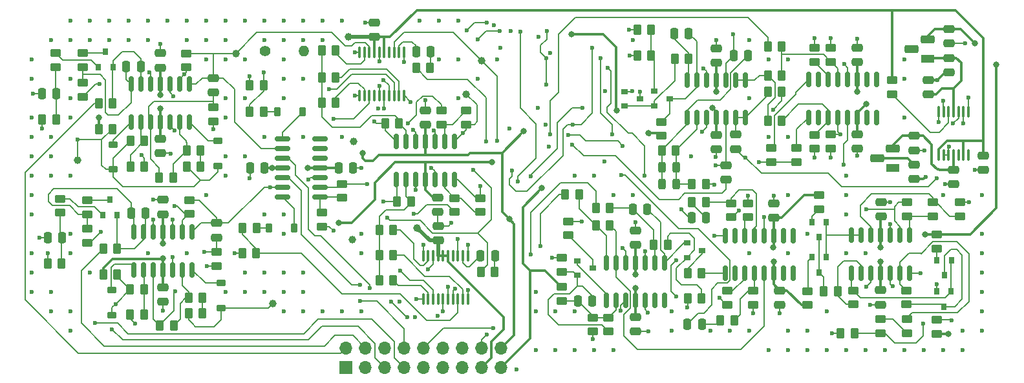
<source format=gbr>
%TF.GenerationSoftware,KiCad,Pcbnew,8.0.3*%
%TF.CreationDate,2024-07-17T18:03:28-06:00*%
%TF.ProjectId,VoiceBoardR4,566f6963-6542-46f6-9172-6452342e6b69,rev?*%
%TF.SameCoordinates,Original*%
%TF.FileFunction,Copper,L1,Top*%
%TF.FilePolarity,Positive*%
%FSLAX46Y46*%
G04 Gerber Fmt 4.6, Leading zero omitted, Abs format (unit mm)*
G04 Created by KiCad (PCBNEW 8.0.3) date 2024-07-17 18:03:28*
%MOMM*%
%LPD*%
G01*
G04 APERTURE LIST*
G04 Aperture macros list*
%AMRoundRect*
0 Rectangle with rounded corners*
0 $1 Rounding radius*
0 $2 $3 $4 $5 $6 $7 $8 $9 X,Y pos of 4 corners*
0 Add a 4 corners polygon primitive as box body*
4,1,4,$2,$3,$4,$5,$6,$7,$8,$9,$2,$3,0*
0 Add four circle primitives for the rounded corners*
1,1,$1+$1,$2,$3*
1,1,$1+$1,$4,$5*
1,1,$1+$1,$6,$7*
1,1,$1+$1,$8,$9*
0 Add four rect primitives between the rounded corners*
20,1,$1+$1,$2,$3,$4,$5,0*
20,1,$1+$1,$4,$5,$6,$7,0*
20,1,$1+$1,$6,$7,$8,$9,0*
20,1,$1+$1,$8,$9,$2,$3,0*%
G04 Aperture macros list end*
%TA.AperFunction,SMDPad,CuDef*%
%ADD10RoundRect,0.250000X0.450000X-0.262500X0.450000X0.262500X-0.450000X0.262500X-0.450000X-0.262500X0*%
%TD*%
%TA.AperFunction,SMDPad,CuDef*%
%ADD11RoundRect,0.250000X-0.250000X-0.475000X0.250000X-0.475000X0.250000X0.475000X-0.250000X0.475000X0*%
%TD*%
%TA.AperFunction,SMDPad,CuDef*%
%ADD12RoundRect,0.250000X0.475000X-0.250000X0.475000X0.250000X-0.475000X0.250000X-0.475000X-0.250000X0*%
%TD*%
%TA.AperFunction,SMDPad,CuDef*%
%ADD13RoundRect,0.250000X-0.475000X0.250000X-0.475000X-0.250000X0.475000X-0.250000X0.475000X0.250000X0*%
%TD*%
%TA.AperFunction,SMDPad,CuDef*%
%ADD14RoundRect,0.250000X-0.262500X-0.450000X0.262500X-0.450000X0.262500X0.450000X-0.262500X0.450000X0*%
%TD*%
%TA.AperFunction,SMDPad,CuDef*%
%ADD15RoundRect,0.100000X0.100000X-0.637500X0.100000X0.637500X-0.100000X0.637500X-0.100000X-0.637500X0*%
%TD*%
%TA.AperFunction,SMDPad,CuDef*%
%ADD16RoundRect,0.250000X0.262500X0.450000X-0.262500X0.450000X-0.262500X-0.450000X0.262500X-0.450000X0*%
%TD*%
%TA.AperFunction,SMDPad,CuDef*%
%ADD17RoundRect,0.150000X0.150000X-0.825000X0.150000X0.825000X-0.150000X0.825000X-0.150000X-0.825000X0*%
%TD*%
%TA.AperFunction,SMDPad,CuDef*%
%ADD18RoundRect,0.250000X-0.450000X0.262500X-0.450000X-0.262500X0.450000X-0.262500X0.450000X0.262500X0*%
%TD*%
%TA.AperFunction,SMDPad,CuDef*%
%ADD19R,0.900000X0.800000*%
%TD*%
%TA.AperFunction,SMDPad,CuDef*%
%ADD20RoundRect,0.225000X0.375000X-0.225000X0.375000X0.225000X-0.375000X0.225000X-0.375000X-0.225000X0*%
%TD*%
%TA.AperFunction,SMDPad,CuDef*%
%ADD21RoundRect,0.150000X-0.150000X0.825000X-0.150000X-0.825000X0.150000X-0.825000X0.150000X0.825000X0*%
%TD*%
%TA.AperFunction,SMDPad,CuDef*%
%ADD22R,0.800000X0.900000*%
%TD*%
%TA.AperFunction,ComponentPad*%
%ADD23R,1.800000X1.100000*%
%TD*%
%TA.AperFunction,ComponentPad*%
%ADD24RoundRect,0.275000X0.625000X-0.275000X0.625000X0.275000X-0.625000X0.275000X-0.625000X-0.275000X0*%
%TD*%
%TA.AperFunction,ComponentPad*%
%ADD25R,1.700000X1.700000*%
%TD*%
%TA.AperFunction,ComponentPad*%
%ADD26O,1.700000X1.700000*%
%TD*%
%TA.AperFunction,SMDPad,CuDef*%
%ADD27RoundRect,0.100000X-0.100000X0.637500X-0.100000X-0.637500X0.100000X-0.637500X0.100000X0.637500X0*%
%TD*%
%TA.AperFunction,ComponentPad*%
%ADD28C,1.000000*%
%TD*%
%TA.AperFunction,SMDPad,CuDef*%
%ADD29RoundRect,0.150000X-0.825000X-0.150000X0.825000X-0.150000X0.825000X0.150000X-0.825000X0.150000X0*%
%TD*%
%TA.AperFunction,ComponentPad*%
%ADD30C,1.400000*%
%TD*%
%TA.AperFunction,ComponentPad*%
%ADD31O,1.400000X1.400000*%
%TD*%
%TA.AperFunction,SMDPad,CuDef*%
%ADD32RoundRect,0.250000X0.250000X0.475000X-0.250000X0.475000X-0.250000X-0.475000X0.250000X-0.475000X0*%
%TD*%
%TA.AperFunction,SMDPad,CuDef*%
%ADD33RoundRect,0.243750X0.243750X0.456250X-0.243750X0.456250X-0.243750X-0.456250X0.243750X-0.456250X0*%
%TD*%
%TA.AperFunction,SMDPad,CuDef*%
%ADD34RoundRect,0.243750X-0.243750X-0.456250X0.243750X-0.456250X0.243750X0.456250X-0.243750X0.456250X0*%
%TD*%
%TA.AperFunction,SMDPad,CuDef*%
%ADD35RoundRect,0.225000X-0.225000X-0.375000X0.225000X-0.375000X0.225000X0.375000X-0.225000X0.375000X0*%
%TD*%
%TA.AperFunction,ViaPad*%
%ADD36C,0.600000*%
%TD*%
%TA.AperFunction,ViaPad*%
%ADD37C,0.800000*%
%TD*%
%TA.AperFunction,ViaPad*%
%ADD38C,1.000000*%
%TD*%
%TA.AperFunction,Conductor*%
%ADD39C,0.152400*%
%TD*%
%TA.AperFunction,Conductor*%
%ADD40C,0.304800*%
%TD*%
%TA.AperFunction,Conductor*%
%ADD41C,0.500000*%
%TD*%
G04 APERTURE END LIST*
D10*
%TO.P,R207,1*%
%TO.N,Net-(U201A--)*%
X8952500Y-12427500D03*
%TO.P,R207,2*%
%TO.N,Net-(C201-Pad2)*%
X8952500Y-10602500D03*
%TD*%
D11*
%TO.P,C406,1*%
%TO.N,FOLDER_IN*%
X88720000Y-28255000D03*
%TO.P,C406,2*%
%TO.N,Net-(C406-Pad2)*%
X90620000Y-28255000D03*
%TD*%
D12*
%TO.P,C409,1*%
%TO.N,+12V*%
X99455000Y-28254999D03*
%TO.P,C409,2*%
%TO.N,GND*%
X99455000Y-26355001D03*
%TD*%
D10*
%TO.P,R215,1*%
%TO.N,Net-(C209-Pad2)*%
X9537500Y-27802500D03*
%TO.P,R215,2*%
%TO.N,Net-(Q202-C)*%
X9537500Y-25977500D03*
%TD*%
D13*
%TO.P,C216,1*%
%TO.N,GND*%
X53817500Y-14200001D03*
%TO.P,C216,2*%
%TO.N,-12V*%
X53817500Y-16099999D03*
%TD*%
D14*
%TO.P,R217,1*%
%TO.N,Net-(U202C-+)*%
X19055000Y-42425000D03*
%TO.P,R217,2*%
%TO.N,Net-(U202D--)*%
X20880000Y-42425000D03*
%TD*%
D15*
%TO.P,U205,1,P3A*%
%TO.N,GND*%
X53550000Y-38937500D03*
%TO.P,U205,2,P3W*%
%TO.N,Net-(U205D-P3W)*%
X54200000Y-38937500D03*
%TO.P,U205,3,P3B*%
%TO.N,TRI2_FULL*%
X54850000Y-38937500D03*
%TO.P,U205,4,HVC/A0*%
%TO.N,unconnected-(U205E-HVC{slash}A0-Pad4)*%
X55500000Y-38937500D03*
%TO.P,U205,5,SCL*%
%TO.N,SCL*%
X56150000Y-38937500D03*
%TO.P,U205,6,SDA*%
%TO.N,SDA*%
X56800000Y-38937500D03*
%TO.P,U205,7,VSS*%
%TO.N,GND*%
X57450000Y-38937500D03*
%TO.P,U205,8,P1B*%
%TO.N,PULSE2_FULL*%
X58100000Y-38937500D03*
%TO.P,U205,9,P1W*%
%TO.N,Net-(U205B-P1W)*%
X58750000Y-38937500D03*
%TO.P,U205,10,P1A*%
%TO.N,GND*%
X59400000Y-38937500D03*
%TO.P,U205,11,P0A*%
X59400000Y-33212500D03*
%TO.P,U205,12,P0W*%
%TO.N,Net-(U205A-P0W)*%
X58750000Y-33212500D03*
%TO.P,U205,13,P0B*%
%TO.N,/DCO/O1_MIXF*%
X58100000Y-33212500D03*
%TO.P,U205,14,NC*%
%TO.N,unconnected-(U205E-NC-Pad14)*%
X57450000Y-33212500D03*
%TO.P,U205,15,~{RESET}*%
%TO.N,+3.3V*%
X56800000Y-33212500D03*
%TO.P,U205,16,A1*%
X56150000Y-33212500D03*
%TO.P,U205,17,VDD*%
X55500000Y-33212500D03*
%TO.P,U205,18,P2B*%
%TO.N,SAW2_FULL*%
X54850000Y-33212500D03*
%TO.P,U205,19,P2W*%
%TO.N,Net-(U205C-P2W)*%
X54200000Y-33212500D03*
%TO.P,U205,20,P2A*%
%TO.N,GND*%
X53550000Y-33212500D03*
%TD*%
D16*
%TO.P,R304,1*%
%TO.N,Net-(Q301-B)*%
X83412500Y-3640000D03*
%TO.P,R304,2*%
%TO.N,GND*%
X81587500Y-3640000D03*
%TD*%
D17*
%TO.P,U303,1*%
%TO.N,Net-(R307-Pad2)*%
X104045000Y-15115000D03*
%TO.P,U303,2,DIODE_BIAS*%
%TO.N,unconnected-(U303C-DIODE_BIAS-Pad2)*%
X105315000Y-15115000D03*
%TO.P,U303,3,+*%
%TO.N,Net-(U303C-+)*%
X106585000Y-15115000D03*
%TO.P,U303,4,-*%
%TO.N,Net-(U303C--)*%
X107855000Y-15115000D03*
%TO.P,U303,5*%
%TO.N,Net-(U301D-+)*%
X109125000Y-15115000D03*
%TO.P,U303,6,V-*%
%TO.N,-12V*%
X110395000Y-15115000D03*
%TO.P,U303,7*%
%TO.N,unconnected-(U303-Pad7)*%
X111665000Y-15115000D03*
%TO.P,U303,8*%
%TO.N,unconnected-(U303-Pad8)*%
X112935000Y-15115000D03*
%TO.P,U303,9*%
%TO.N,unconnected-(U303-Pad9)*%
X112935000Y-10165000D03*
%TO.P,U303,10*%
%TO.N,unconnected-(U303-Pad10)*%
X111665000Y-10165000D03*
%TO.P,U303,11,V+*%
%TO.N,+12V*%
X110395000Y-10165000D03*
%TO.P,U303,12*%
%TO.N,Net-(U301A-+)*%
X109125000Y-10165000D03*
%TO.P,U303,13,-*%
%TO.N,Net-(U303A--)*%
X107855000Y-10165000D03*
%TO.P,U303,14,+*%
%TO.N,Net-(U303A-+)*%
X106585000Y-10165000D03*
%TO.P,U303,15,DIODE_BIAS*%
%TO.N,unconnected-(U303A-DIODE_BIAS-Pad15)*%
X105315000Y-10165000D03*
%TO.P,U303,16*%
%TO.N,Net-(R306-Pad2)*%
X104045000Y-10165000D03*
%TD*%
D18*
%TO.P,R241,1*%
%TO.N,Net-(U204C--)*%
X59195000Y-14237500D03*
%TO.P,R241,2*%
%TO.N,/DCO/O1_MIXF*%
X59195000Y-16062500D03*
%TD*%
D13*
%TO.P,C218,1*%
%TO.N,GND*%
X55515000Y-29345001D03*
%TO.P,C218,2*%
%TO.N,+3.3V*%
X55515000Y-31244999D03*
%TD*%
D12*
%TO.P,C407,1*%
%TO.N,+12V*%
X113530001Y-28129999D03*
%TO.P,C407,2*%
%TO.N,GND*%
X113530001Y-26230001D03*
%TD*%
D18*
%TO.P,R213,1*%
%TO.N,Net-(Q202-B)*%
X5997500Y-25767500D03*
%TO.P,R213,2*%
%TO.N,Net-(C208-Pad2)*%
X5997500Y-27592500D03*
%TD*%
%TO.P,R408,1*%
%TO.N,Net-(R408-Pad1)*%
X72570000Y-28762500D03*
%TO.P,R408,2*%
%TO.N,Net-(Q401-C)*%
X72570000Y-30587500D03*
%TD*%
D11*
%TO.P,C405,1*%
%TO.N,Net-(U404C--)*%
X73797500Y-39145000D03*
%TO.P,C405,2*%
%TO.N,Net-(Q401-E)*%
X75697500Y-39145000D03*
%TD*%
D16*
%TO.P,R226,1*%
%TO.N,PULSE1_FULL*%
X32652500Y-10922501D03*
%TO.P,R226,2*%
%TO.N,GND*%
X30827500Y-10922501D03*
%TD*%
D11*
%TO.P,C306,1*%
%TO.N,Net-(U301A-+)*%
X94190001Y-7000000D03*
%TO.P,C306,2*%
%TO.N,Net-(D301-K)*%
X96089999Y-7000000D03*
%TD*%
D19*
%TO.P,Q406,1,B*%
%TO.N,Net-(Q406-B)*%
X88090000Y-31600000D03*
%TO.P,Q406,2,E*%
%TO.N,Net-(Q406-E)*%
X88090000Y-33500000D03*
%TO.P,Q406,3,C*%
%TO.N,Net-(Q406-C)*%
X90090000Y-32550000D03*
%TD*%
D13*
%TO.P,C309,1*%
%TO.N,-12V*%
X91925000Y-17380001D03*
%TO.P,C309,2*%
%TO.N,GND*%
X91925000Y-19279999D03*
%TD*%
D16*
%TO.P,R210,1*%
%TO.N,Net-(U201C--)*%
X17032500Y-18210000D03*
%TO.P,R210,2*%
%TO.N,TRI1_FULL*%
X15207500Y-18210000D03*
%TD*%
D13*
%TO.P,C212,1*%
%TO.N,GND*%
X19490000Y-25895001D03*
%TO.P,C212,2*%
%TO.N,+12V*%
X19490000Y-27794999D03*
%TD*%
D18*
%TO.P,R401,1*%
%TO.N,Net-(U404C--)*%
X77795001Y-41342500D03*
%TO.P,R401,2*%
%TO.N,Net-(Q401-E)*%
X77795001Y-43167500D03*
%TD*%
D19*
%TO.P,Q301,1,B*%
%TO.N,Net-(Q301-B)*%
X83840000Y-11700000D03*
%TO.P,Q301,2,E*%
%TO.N,Net-(Q301-E)*%
X83840000Y-13600000D03*
%TO.P,Q301,3,C*%
%TO.N,Net-(Q301-C)*%
X85840000Y-12650000D03*
%TD*%
D10*
%TO.P,R406,1*%
%TO.N,GND*%
X93865000Y-28212500D03*
%TO.P,R406,2*%
%TO.N,Net-(U402A--)*%
X93865000Y-26387500D03*
%TD*%
D12*
%TO.P,C311,1*%
%TO.N,+12V*%
X110390000Y-7859999D03*
%TO.P,C311,2*%
%TO.N,GND*%
X110390000Y-5960001D03*
%TD*%
D13*
%TO.P,C217,1*%
%TO.N,GND*%
X47165000Y-2660001D03*
%TO.P,C217,2*%
%TO.N,+3.3V*%
X47165000Y-4559999D03*
%TD*%
D14*
%TO.P,R301,1*%
%TO.N,Net-(Q301-E)*%
X86507500Y-7440000D03*
%TO.P,R301,2*%
%TO.N,Net-(C301-Pad1)*%
X88332500Y-7440000D03*
%TD*%
D10*
%TO.P,R209,1*%
%TO.N,GND*%
X26065000Y-15642500D03*
%TO.P,R209,2*%
%TO.N,Net-(U201C-+)*%
X26065000Y-13817500D03*
%TD*%
D20*
%TO.P,D202,1,K*%
%TO.N,TRI1_FULL*%
X12950000Y-21950000D03*
%TO.P,D202,2,A*%
%TO.N,Net-(D202-A)*%
X12950000Y-18650000D03*
%TD*%
D16*
%TO.P,R230,1*%
%TO.N,Net-(U203B-P1W)*%
X42092500Y-9855000D03*
%TO.P,R230,2*%
%TO.N,Net-(U204D--)*%
X40267500Y-9855000D03*
%TD*%
D14*
%TO.P,R212,1*%
%TO.N,GND*%
X4375000Y-34290000D03*
%TO.P,R212,2*%
%TO.N,Net-(C208-Pad2)*%
X6200000Y-34290000D03*
%TD*%
D16*
%TO.P,R238,1*%
%TO.N,Net-(U205B-P1W)*%
X49650000Y-33200000D03*
%TO.P,R238,2*%
%TO.N,Net-(U204A--)*%
X47825000Y-33200000D03*
%TD*%
D14*
%TO.P,R202,1*%
%TO.N,Net-(U201D--)*%
X22577500Y-19485000D03*
%TO.P,R202,2*%
%TO.N,Net-(R202-Pad2)*%
X24402500Y-19485000D03*
%TD*%
D12*
%TO.P,C308,1*%
%TO.N,+12V*%
X91935000Y-7939999D03*
%TO.P,C308,2*%
%TO.N,GND*%
X91935000Y-6040001D03*
%TD*%
D16*
%TO.P,R308,1*%
%TO.N,Net-(U303A--)*%
X100512500Y-9600000D03*
%TO.P,R308,2*%
%TO.N,Net-(U301A--)*%
X98687500Y-9600000D03*
%TD*%
D11*
%TO.P,C211,1*%
%TO.N,Net-(U205A-P0W)*%
X61055001Y-33225000D03*
%TO.P,C211,2*%
%TO.N,Net-(C211-Pad2)*%
X62954999Y-33225000D03*
%TD*%
D10*
%TO.P,R220,1*%
%TO.N,Net-(R220-Pad1)*%
X57675000Y-27507500D03*
%TO.P,R220,2*%
%TO.N,Net-(U204B--)*%
X57675000Y-25682500D03*
%TD*%
D11*
%TO.P,C214,1*%
%TO.N,Net-(U203A-P0W)*%
X52615000Y-6530000D03*
%TO.P,C214,2*%
%TO.N,Net-(C214-Pad2)*%
X54515000Y-6530000D03*
%TD*%
D14*
%TO.P,R201,1*%
%TO.N,Net-(U201C-+)*%
X18987500Y-23000000D03*
%TO.P,R201,2*%
%TO.N,Net-(U201D--)*%
X20812500Y-23000000D03*
%TD*%
D12*
%TO.P,C213,1*%
%TO.N,GND*%
X19490000Y-39264999D03*
%TO.P,C213,2*%
%TO.N,-12V*%
X19490000Y-37365001D03*
%TD*%
D21*
%TO.P,U202,1*%
%TO.N,SAW2_FULL*%
X23300000Y-30140000D03*
%TO.P,U202,2,-*%
%TO.N,Net-(U202A--)*%
X22030000Y-30140000D03*
%TO.P,U202,3,+*%
%TO.N,GND*%
X20760000Y-30140000D03*
%TO.P,U202,4,V+*%
%TO.N,+12V*%
X19490000Y-30140000D03*
%TO.P,U202,5,+*%
%TO.N,GND*%
X18220000Y-30140000D03*
%TO.P,U202,6,-*%
%TO.N,Net-(Q202-E)*%
X16950000Y-30140000D03*
%TO.P,U202,7*%
%TO.N,Net-(C209-Pad2)*%
X15680000Y-30140000D03*
%TO.P,U202,8*%
%TO.N,Net-(D203-A)*%
X15680000Y-35090000D03*
%TO.P,U202,9,-*%
%TO.N,Net-(U202C--)*%
X16950000Y-35090000D03*
%TO.P,U202,10,+*%
%TO.N,Net-(U202C-+)*%
X18220000Y-35090000D03*
%TO.P,U202,11,V-*%
%TO.N,-12V*%
X19490000Y-35090000D03*
%TO.P,U202,12,+*%
%TO.N,GND*%
X20760000Y-35090000D03*
%TO.P,U202,13,-*%
%TO.N,Net-(U202D--)*%
X22030000Y-35090000D03*
%TO.P,U202,14*%
%TO.N,Net-(D204-A)*%
X23300000Y-35090000D03*
%TD*%
D10*
%TO.P,R204,1*%
%TO.N,Net-(C201-Pad2)*%
X8952500Y-8527500D03*
%TO.P,R204,2*%
%TO.N,Net-(Q201-C)*%
X8952500Y-6702500D03*
%TD*%
D14*
%TO.P,R218,1*%
%TO.N,Net-(U202D--)*%
X22815000Y-38755000D03*
%TO.P,R218,2*%
%TO.N,Net-(R218-Pad2)*%
X24640000Y-38755000D03*
%TD*%
D10*
%TO.P,R411,1*%
%TO.N,Net-(U403B-+)*%
X123870000Y-28072500D03*
%TO.P,R411,2*%
%TO.N,GND*%
X123870000Y-26247500D03*
%TD*%
D13*
%TO.P,C404,1*%
%TO.N,-12V*%
X81330000Y-41285001D03*
%TO.P,C404,2*%
%TO.N,GND*%
X81330000Y-43184999D03*
%TD*%
D11*
%TO.P,C301,1*%
%TO.N,Net-(C301-Pad1)*%
X86440000Y-4090000D03*
%TO.P,C301,2*%
%TO.N,Net-(Q301-C)*%
X88340000Y-4090000D03*
%TD*%
D22*
%TO.P,Q403,1,B*%
%TO.N,Net-(Q402-B)*%
X106370000Y-33420000D03*
%TO.P,Q403,2,E*%
%TO.N,Net-(Q403-E)*%
X104470000Y-33420000D03*
%TO.P,Q403,3,C*%
%TO.N,Net-(Q402-C)*%
X105420000Y-35420000D03*
%TD*%
D12*
%TO.P,C207,1*%
%TO.N,GND*%
X19115000Y-19829999D03*
%TO.P,C207,2*%
%TO.N,-12V*%
X19115000Y-17930001D03*
%TD*%
D16*
%TO.P,R424,1*%
%TO.N,Net-(R424-Pad1)*%
X90002500Y-35500000D03*
%TO.P,R424,2*%
%TO.N,Net-(Q406-C)*%
X88177500Y-35500000D03*
%TD*%
D14*
%TO.P,R214,1*%
%TO.N,LEVEL_2_CV*%
X11635000Y-32360000D03*
%TO.P,R214,2*%
%TO.N,Net-(Q202-E)*%
X13460000Y-32360000D03*
%TD*%
D17*
%TO.P,U204,1*%
%TO.N,Net-(R220-Pad1)*%
X50025000Y-23225000D03*
%TO.P,U204,2,-*%
%TO.N,Net-(U204A--)*%
X51295000Y-23225000D03*
%TO.P,U204,3,+*%
%TO.N,GND*%
X52565000Y-23225000D03*
%TO.P,U204,4,V+*%
%TO.N,+12V*%
X53835000Y-23225000D03*
%TO.P,U204,5,+*%
%TO.N,GND*%
X55105000Y-23225000D03*
%TO.P,U204,6,-*%
%TO.N,Net-(U204B--)*%
X56375000Y-23225000D03*
%TO.P,U204,7*%
%TO.N,/DCO/O2_MIXF*%
X57645000Y-23225000D03*
%TO.P,U204,8*%
%TO.N,/DCO/O1_MIXF*%
X57645000Y-18275000D03*
%TO.P,U204,9,-*%
%TO.N,Net-(U204C--)*%
X56375000Y-18275000D03*
%TO.P,U204,10,+*%
%TO.N,GND*%
X55105000Y-18275000D03*
%TO.P,U204,11,V-*%
%TO.N,-12V*%
X53835000Y-18275000D03*
%TO.P,U204,12,+*%
%TO.N,GND*%
X52565000Y-18275000D03*
%TO.P,U204,13,-*%
%TO.N,Net-(U204D--)*%
X51295000Y-18275000D03*
%TO.P,U204,14*%
%TO.N,Net-(R233-Pad2)*%
X50025000Y-18275000D03*
%TD*%
D10*
%TO.P,R409,1*%
%TO.N,Net-(R409-Pad1)*%
X116890001Y-28092500D03*
%TO.P,R409,2*%
%TO.N,Net-(U403A--)*%
X116890001Y-26267500D03*
%TD*%
D13*
%TO.P,C310,1*%
%TO.N,-12V*%
X110390000Y-17340001D03*
%TO.P,C310,2*%
%TO.N,GND*%
X110390000Y-19239999D03*
%TD*%
D14*
%TO.P,R311,1*%
%TO.N,LP_IN*%
X98677500Y-5800000D03*
%TO.P,R311,2*%
%TO.N,Net-(U303A--)*%
X100502500Y-5800000D03*
%TD*%
D13*
%TO.P,C408,1*%
%TO.N,-12V*%
X113450000Y-37760001D03*
%TO.P,C408,2*%
%TO.N,GND*%
X113450000Y-39659999D03*
%TD*%
D11*
%TO.P,C202,1*%
%TO.N,CLK_1*%
X3630000Y-11965000D03*
%TO.P,C202,2*%
%TO.N,Net-(C202-Pad2)*%
X5530000Y-11965000D03*
%TD*%
D20*
%TO.P,D204,1,K*%
%TO.N,TRI2_FULL*%
X27077500Y-40102500D03*
%TO.P,D204,2,A*%
%TO.N,Net-(D204-A)*%
X27077500Y-36802500D03*
%TD*%
D13*
%TO.P,C305,1*%
%TO.N,Net-(U301D--)*%
X94460000Y-17370001D03*
%TO.P,C305,2*%
%TO.N,FILTER_OUT*%
X94460000Y-19269999D03*
%TD*%
D14*
%TO.P,R221,1*%
%TO.N,GND*%
X15175000Y-40955000D03*
%TO.P,R221,2*%
%TO.N,Net-(U202C--)*%
X17000000Y-40955000D03*
%TD*%
D18*
%TO.P,R403,1*%
%TO.N,+12V*%
X71722500Y-37332500D03*
%TO.P,R403,2*%
%TO.N,Net-(U404C--)*%
X71722500Y-39157500D03*
%TD*%
D23*
%TO.P,U304,1,GND*%
%TO.N,GND*%
X115060000Y-21750000D03*
D24*
%TO.P,U304,2,Vin*%
%TO.N,-12V*%
X112990000Y-20480000D03*
%TO.P,U304,3,Vout*%
%TO.N,-5V*%
X115060000Y-19210000D03*
%TD*%
D16*
%TO.P,R235,1*%
%TO.N,Net-(R202-Pad2)*%
X24402500Y-21585000D03*
%TO.P,R235,2*%
%TO.N,TRI1_FULL*%
X22577500Y-21585000D03*
%TD*%
%TO.P,R232,1*%
%TO.N,Net-(U204A--)*%
X51972500Y-26170000D03*
%TO.P,R232,2*%
%TO.N,Net-(R220-Pad1)*%
X50147500Y-26170000D03*
%TD*%
D18*
%TO.P,R246,1*%
%TO.N,Net-(R245-Pad2)*%
X40275000Y-27587500D03*
%TO.P,R246,2*%
%TO.N,OSC_MIX*%
X40275000Y-29412500D03*
%TD*%
D14*
%TO.P,R205,1*%
%TO.N,GND*%
X3667500Y-15365000D03*
%TO.P,R205,2*%
%TO.N,Net-(C202-Pad2)*%
X5492500Y-15365000D03*
%TD*%
D25*
%TO.P,U103,1,SDA*%
%TO.N,SDA*%
X43437500Y-47887500D03*
D26*
%TO.P,U103,2,LVL1*%
%TO.N,LEVEL_1_CV*%
X43437500Y-45347500D03*
%TO.P,U103,3,SCL*%
%TO.N,SCL*%
X45977500Y-47887500D03*
%TO.P,U103,4,LVL2*%
%TO.N,LEVEL_2_CV*%
X45977500Y-45347500D03*
%TO.P,U103,5,CLK1*%
%TO.N,CLK_1*%
X48517500Y-47887500D03*
%TO.P,U103,6,PWM1*%
%TO.N,PWM_1_CV*%
X48517500Y-45347500D03*
%TO.P,U103,7,CLK2*%
%TO.N,CLK_2*%
X51057500Y-47887500D03*
%TO.P,U103,8,PWM2*%
%TO.N,PWM_2_CV*%
X51057500Y-45347500D03*
%TO.P,U103,9,HP*%
%TO.N,HP_MODE*%
X53597500Y-47887500D03*
%TO.P,U103,10,FOLD*%
%TO.N,FOLD_CV*%
X53597500Y-45347500D03*
%TO.P,U103,11,FF*%
%TO.N,FOLD_FIRST*%
X56137500Y-47887500D03*
%TO.P,U103,12,VCF*%
%TO.N,CUTOFF_CV*%
X56137500Y-45347500D03*
%TO.P,U103,13,OUT*%
%TO.N,VCA_OUT*%
X58677500Y-47887500D03*
%TO.P,U103,14,VCA*%
%TO.N,VCA_CV*%
X58677500Y-45347500D03*
%TO.P,U103,15,+3V3*%
%TO.N,+3.3V*%
X61217500Y-47887500D03*
%TO.P,U103,16,GND*%
%TO.N,GND*%
X61217500Y-45347500D03*
%TO.P,U103,17,+12V*%
%TO.N,+12V*%
X63757500Y-47887500D03*
%TO.P,U103,18,-12V*%
%TO.N,-12V*%
X63757500Y-45347500D03*
%TD*%
D27*
%TO.P,U302,1,A*%
%TO.N,FILTER_OUT*%
X124970000Y-14357500D03*
%TO.P,U302,2,W*%
%TO.N,Net-(U301C-+)*%
X124320000Y-14357500D03*
%TO.P,U302,3,B*%
%TO.N,GND*%
X123670000Y-14357500D03*
%TO.P,U302,4,VDD*%
%TO.N,+5V*%
X123020000Y-14357500D03*
%TO.P,U302,5,~{SHDN}*%
%TO.N,Net-(U302-~{SHDN})*%
X122370000Y-14357500D03*
%TO.P,U302,6,SCL*%
%TO.N,SCL*%
X121720000Y-14357500D03*
%TO.P,U302,7,SDA*%
%TO.N,SDA*%
X121070000Y-14357500D03*
%TO.P,U302,8,AD0*%
%TO.N,+3.3V*%
X121070000Y-20082500D03*
%TO.P,U302,9,AD1*%
%TO.N,GND*%
X121720000Y-20082500D03*
%TO.P,U302,10,GND*%
X122370000Y-20082500D03*
%TO.P,U302,11,VSS*%
%TO.N,-5V*%
X123020000Y-20082500D03*
%TO.P,U302,12,O2*%
%TO.N,unconnected-(U302-O2-Pad12)*%
X123670000Y-20082500D03*
%TO.P,U302,13,VLOG*%
%TO.N,+3.3V*%
X124320000Y-20082500D03*
%TO.P,U302,14,O1*%
%TO.N,unconnected-(U302-O1-Pad14)*%
X124970000Y-20082500D03*
%TD*%
D16*
%TO.P,R244,1*%
%TO.N,Net-(C211-Pad2)*%
X62907500Y-35345000D03*
%TO.P,R244,2*%
%TO.N,Net-(U206C--)*%
X61082500Y-35345000D03*
%TD*%
D20*
%TO.P,D201,1,K*%
%TO.N,TRI1_FULL*%
X26700000Y-21472500D03*
%TO.P,D201,2,A*%
%TO.N,Net-(D201-A)*%
X26700000Y-18172500D03*
%TD*%
D28*
%TO.P,SAW2,1,1*%
%TO.N,SAW2_FULL*%
X44300000Y-31100000D03*
%TD*%
D10*
%TO.P,R314,1*%
%TO.N,GND*%
X104820000Y-19212500D03*
%TO.P,R314,2*%
%TO.N,Net-(U303C-+)*%
X104820000Y-17387500D03*
%TD*%
D29*
%TO.P,U206,1*%
%TO.N,Net-(D205-A)*%
X35127500Y-17932501D03*
%TO.P,U206,2,-*%
%TO.N,SAW1_FULL*%
X35127500Y-19202501D03*
%TO.P,U206,3,+*%
%TO.N,PWM_1_CV*%
X35127500Y-20472501D03*
%TO.P,U206,4,V+*%
%TO.N,+12V*%
X35127500Y-21742501D03*
%TO.P,U206,5,+*%
%TO.N,PWM_2_CV*%
X35127500Y-23012501D03*
%TO.P,U206,6,-*%
%TO.N,SAW2_FULL*%
X35127500Y-24282501D03*
%TO.P,U206,7*%
%TO.N,Net-(D206-A)*%
X35127500Y-25552501D03*
%TO.P,U206,8*%
%TO.N,Net-(R245-Pad2)*%
X40077500Y-25552501D03*
%TO.P,U206,9,-*%
%TO.N,Net-(U206C--)*%
X40077500Y-24282501D03*
%TO.P,U206,10,+*%
%TO.N,GND*%
X40077500Y-23012501D03*
%TO.P,U206,11,V-*%
%TO.N,-12V*%
X40077500Y-21742501D03*
%TO.P,U206,12,+*%
%TO.N,unconnected-(U206D-+-Pad12)*%
X40077500Y-20472501D03*
%TO.P,U206,13,-*%
%TO.N,unconnected-(U206D---Pad13)*%
X40077500Y-19202501D03*
%TO.P,U206,14*%
%TO.N,unconnected-(U206-Pad14)*%
X40077500Y-17932501D03*
%TD*%
D28*
%TO.P,OSC2,1,1*%
%TO.N,/DCO/O2_MIXF*%
X61225000Y-7675000D03*
%TD*%
D12*
%TO.P,C215,1*%
%TO.N,GND*%
X55475000Y-27524999D03*
%TO.P,C215,2*%
%TO.N,+12V*%
X55475000Y-25625001D03*
%TD*%
D13*
%TO.P,C302,1*%
%TO.N,-12V*%
X117860000Y-21320001D03*
%TO.P,C302,2*%
%TO.N,GND*%
X117860000Y-23219999D03*
%TD*%
D30*
%TO.P,R247,1*%
%TO.N,GND*%
X32885000Y-6375000D03*
D31*
%TO.P,R247,2*%
X37965000Y-6375000D03*
%TD*%
D28*
%TO.P,SAW1,1,1*%
%TO.N,SAW1_FULL*%
X29025000Y-6725000D03*
%TD*%
D14*
%TO.P,R420,1*%
%TO.N,FOLDER_OUT*%
X108227500Y-43400000D03*
%TO.P,R420,2*%
%TO.N,Net-(R420-Pad2)*%
X110052500Y-43400000D03*
%TD*%
D12*
%TO.P,C403,1*%
%TO.N,+12V*%
X81340000Y-31844999D03*
%TO.P,C403,2*%
%TO.N,GND*%
X81340000Y-29945001D03*
%TD*%
D16*
%TO.P,R312,1*%
%TO.N,Net-(U303C--)*%
X100522500Y-11790000D03*
%TO.P,R312,2*%
%TO.N,Net-(U301D--)*%
X98697500Y-11790000D03*
%TD*%
D18*
%TO.P,R227,1*%
%TO.N,SAW2_FULL*%
X22897500Y-25937500D03*
%TO.P,R227,2*%
%TO.N,Net-(U202A--)*%
X22897500Y-27762500D03*
%TD*%
D16*
%TO.P,R237,1*%
%TO.N,Net-(U205D-P3W)*%
X49650000Y-36500000D03*
%TO.P,R237,2*%
%TO.N,Net-(U204A--)*%
X47825000Y-36500000D03*
%TD*%
%TO.P,R422,1*%
%TO.N,Net-(Q406-E)*%
X90002500Y-38825000D03*
%TO.P,R422,2*%
%TO.N,GND*%
X88177500Y-38825000D03*
%TD*%
%TO.P,R303,1*%
%TO.N,Net-(Q301-B)*%
X83412500Y-6970000D03*
%TO.P,R303,2*%
%TO.N,CUTOFF_CV*%
X81587500Y-6970000D03*
%TD*%
D17*
%TO.P,U402,1*%
%TO.N,Net-(R424-Pad1)*%
X93100000Y-35550000D03*
%TO.P,U402,2,DIODE_BIAS*%
%TO.N,unconnected-(U402C-DIODE_BIAS-Pad2)*%
X94370000Y-35550000D03*
%TO.P,U402,3,+*%
%TO.N,Net-(U402C-+)*%
X95640000Y-35550000D03*
%TO.P,U402,4,-*%
%TO.N,Net-(U402C--)*%
X96910000Y-35550000D03*
%TO.P,U402,5*%
%TO.N,Net-(U404B--)*%
X98180000Y-35550000D03*
%TO.P,U402,6,V-*%
%TO.N,-12V*%
X99450000Y-35550000D03*
%TO.P,U402,7*%
%TO.N,unconnected-(U402-Pad7)*%
X100720000Y-35550000D03*
%TO.P,U402,8*%
%TO.N,unconnected-(U402-Pad8)*%
X101990000Y-35550000D03*
%TO.P,U402,9*%
%TO.N,unconnected-(U402-Pad9)*%
X101990000Y-30600000D03*
%TO.P,U402,10*%
%TO.N,unconnected-(U402-Pad10)*%
X100720000Y-30600000D03*
%TO.P,U402,11,V+*%
%TO.N,+12V*%
X99450000Y-30600000D03*
%TO.P,U402,12*%
%TO.N,Net-(U403A--)*%
X98180000Y-30600000D03*
%TO.P,U402,13,-*%
%TO.N,Net-(U402A--)*%
X96910000Y-30600000D03*
%TO.P,U402,14,+*%
%TO.N,Net-(U402A-+)*%
X95640000Y-30600000D03*
%TO.P,U402,15,DIODE_BIAS*%
%TO.N,unconnected-(U402A-DIODE_BIAS-Pad15)*%
X94370000Y-30600000D03*
%TO.P,U402,16*%
%TO.N,Net-(R408-Pad1)*%
X93100000Y-30600000D03*
%TD*%
D28*
%TO.P,OSC1,1,1*%
%TO.N,/DCO/O1_MIXF*%
X59200000Y-12050000D03*
%TD*%
D32*
%TO.P,C210,1*%
%TO.N,GND*%
X44362499Y-21742501D03*
%TO.P,C210,2*%
%TO.N,-12V*%
X42462501Y-21742501D03*
%TD*%
D28*
%TO.P,TRI1,1,1*%
%TO.N,TRI1_FULL*%
X8300000Y-20750000D03*
%TD*%
D13*
%TO.P,C303,1*%
%TO.N,-5V*%
X117860000Y-17540001D03*
%TO.P,C303,2*%
%TO.N,GND*%
X117860000Y-19439999D03*
%TD*%
D14*
%TO.P,R421,1*%
%TO.N,Net-(U404A--)*%
X83752500Y-31775000D03*
%TO.P,R421,2*%
%TO.N,Net-(Q406-E)*%
X85577500Y-31775000D03*
%TD*%
D10*
%TO.P,R307,1*%
%TO.N,Net-(Q302-C)*%
X102470000Y-20962500D03*
%TO.P,R307,2*%
%TO.N,Net-(R307-Pad2)*%
X102470000Y-19137500D03*
%TD*%
D13*
%TO.P,C203,1*%
%TO.N,SAW1_FULL*%
X26090000Y-9955001D03*
%TO.P,C203,2*%
%TO.N,Net-(U201C-+)*%
X26090000Y-11854999D03*
%TD*%
D16*
%TO.P,R211,1*%
%TO.N,GND*%
X17032500Y-21550000D03*
%TO.P,R211,2*%
%TO.N,Net-(U201C--)*%
X15207500Y-21550000D03*
%TD*%
D18*
%TO.P,R234,1*%
%TO.N,SAW1_FULL*%
X22540000Y-6717500D03*
%TO.P,R234,2*%
%TO.N,Net-(U201A--)*%
X22540000Y-8542500D03*
%TD*%
D16*
%TO.P,R233,1*%
%TO.N,Net-(U204D--)*%
X50387500Y-15940000D03*
%TO.P,R233,2*%
%TO.N,Net-(R233-Pad2)*%
X48562500Y-15940000D03*
%TD*%
D13*
%TO.P,C307,1*%
%TO.N,Net-(U301D-+)*%
X93230000Y-21380001D03*
%TO.P,C307,2*%
%TO.N,HP_IN*%
X93230000Y-23279999D03*
%TD*%
D32*
%TO.P,C209,1*%
%TO.N,Net-(Q202-E)*%
X17199999Y-27655000D03*
%TO.P,C209,2*%
%TO.N,Net-(C209-Pad2)*%
X15300001Y-27655000D03*
%TD*%
D16*
%TO.P,R222,1*%
%TO.N,Net-(U202C--)*%
X17000000Y-37675000D03*
%TO.P,R222,2*%
%TO.N,TRI2_FULL*%
X15175000Y-37675000D03*
%TD*%
D10*
%TO.P,R426,1*%
%TO.N,GND*%
X93360000Y-39672500D03*
%TO.P,R426,2*%
%TO.N,Net-(U402C-+)*%
X93360000Y-37847500D03*
%TD*%
D14*
%TO.P,R203,1*%
%TO.N,LEVEL_1_CV*%
X11047500Y-13280000D03*
%TO.P,R203,2*%
%TO.N,Net-(Q201-E)*%
X12872500Y-13280000D03*
%TD*%
%TO.P,R423,1*%
%TO.N,VCA_CV*%
X76182500Y-27000000D03*
%TO.P,R423,2*%
%TO.N,Net-(U404A--)*%
X78007500Y-27000000D03*
%TD*%
D10*
%TO.P,R231,1*%
%TO.N,Net-(U204B--)*%
X61075000Y-27512500D03*
%TO.P,R231,2*%
%TO.N,/DCO/O2_MIXF*%
X61075000Y-25687500D03*
%TD*%
D22*
%TO.P,Q201,1,B*%
%TO.N,Net-(Q201-B)*%
X11022500Y-8535000D03*
%TO.P,Q201,2,E*%
%TO.N,Net-(Q201-E)*%
X12922500Y-8535000D03*
%TO.P,Q201,3,C*%
%TO.N,Net-(Q201-C)*%
X11972500Y-6535000D03*
%TD*%
D10*
%TO.P,R216,1*%
%TO.N,Net-(U202A--)*%
X9527500Y-31562500D03*
%TO.P,R216,2*%
%TO.N,Net-(C209-Pad2)*%
X9527500Y-29737500D03*
%TD*%
D16*
%TO.P,R428,1*%
%TO.N,Net-(U402C--)*%
X94312500Y-41710000D03*
%TO.P,R428,2*%
%TO.N,Net-(C414-Pad2)*%
X92487500Y-41710000D03*
%TD*%
D10*
%TO.P,R402,1*%
%TO.N,FOLD_CV*%
X75785000Y-43167500D03*
%TO.P,R402,2*%
%TO.N,Net-(U404C--)*%
X75785000Y-41342500D03*
%TD*%
D13*
%TO.P,C206,1*%
%TO.N,GND*%
X19115000Y-6680001D03*
%TO.P,C206,2*%
%TO.N,+12V*%
X19115000Y-8579999D03*
%TD*%
D22*
%TO.P,Q404,1,B*%
%TO.N,Net-(Q404-B)*%
X122750000Y-33830000D03*
%TO.P,Q404,2,E*%
%TO.N,Net-(Q404-E)*%
X120850000Y-33830000D03*
%TO.P,Q404,3,C*%
%TO.N,Net-(Q404-C)*%
X121800000Y-35830000D03*
%TD*%
D16*
%TO.P,R316,1*%
%TO.N,GND*%
X90562500Y-23880000D03*
%TO.P,R316,2*%
%TO.N,Net-(D301-A)*%
X88737500Y-23880000D03*
%TD*%
D10*
%TO.P,R418,1*%
%TO.N,Net-(R418-Pad1)*%
X116910001Y-43402500D03*
%TO.P,R418,2*%
%TO.N,Net-(U403D--)*%
X116910001Y-41577500D03*
%TD*%
D16*
%TO.P,R305,1*%
%TO.N,Net-(U303C-+)*%
X100522500Y-15540000D03*
%TO.P,R305,2*%
%TO.N,Net-(U301A--)*%
X98697500Y-15540000D03*
%TD*%
D18*
%TO.P,R206,1*%
%TO.N,Net-(Q201-B)*%
X5430000Y-6702500D03*
%TO.P,R206,2*%
%TO.N,Net-(C202-Pad2)*%
X5430000Y-8527500D03*
%TD*%
D10*
%TO.P,R430,1*%
%TO.N,Net-(R420-Pad2)*%
X113440000Y-43402500D03*
%TO.P,R430,2*%
%TO.N,Net-(R418-Pad1)*%
X113440000Y-41577500D03*
%TD*%
D19*
%TO.P,Q302,1,B*%
%TO.N,GND*%
X79940000Y-11725000D03*
%TO.P,Q302,2,E*%
%TO.N,Net-(Q301-E)*%
X79940000Y-13625000D03*
%TO.P,Q302,3,C*%
%TO.N,Net-(Q302-C)*%
X81940000Y-12675000D03*
%TD*%
D16*
%TO.P,R225,1*%
%TO.N,Net-(D205-K)*%
X32645000Y-14392501D03*
%TO.P,R225,2*%
%TO.N,PULSE1_FULL*%
X30820000Y-14392501D03*
%TD*%
D14*
%TO.P,R405,1*%
%TO.N,Net-(C406-Pad2)*%
X88757500Y-26255000D03*
%TO.P,R405,2*%
%TO.N,Net-(U402A--)*%
X90582500Y-26255000D03*
%TD*%
D16*
%TO.P,R242,1*%
%TO.N,Net-(C214-Pad2)*%
X54472500Y-8630000D03*
%TO.P,R242,2*%
%TO.N,Net-(U206C--)*%
X52647500Y-8630000D03*
%TD*%
D21*
%TO.P,U403,1*%
%TO.N,Net-(R409-Pad1)*%
X117280000Y-30585000D03*
%TO.P,U403,2,-*%
%TO.N,Net-(U403A--)*%
X116010000Y-30585000D03*
%TO.P,U403,3,+*%
%TO.N,GND*%
X114740000Y-30585000D03*
%TO.P,U403,4,V+*%
%TO.N,+12V*%
X113470000Y-30585000D03*
%TO.P,U403,5,+*%
%TO.N,Net-(U403B-+)*%
X112200000Y-30585000D03*
%TO.P,U403,6,-*%
%TO.N,Net-(Q402-B)*%
X110930000Y-30585000D03*
%TO.P,U403,7*%
X109660000Y-30585000D03*
%TO.P,U403,8*%
%TO.N,Net-(Q404-B)*%
X109660000Y-35535000D03*
%TO.P,U403,9,-*%
%TO.N,Net-(U403C--)*%
X110930000Y-35535000D03*
%TO.P,U403,10,+*%
%TO.N,GND*%
X112200000Y-35535000D03*
%TO.P,U403,11,V-*%
%TO.N,-12V*%
X113470000Y-35535000D03*
%TO.P,U403,12,+*%
%TO.N,GND*%
X114740000Y-35535000D03*
%TO.P,U403,13,-*%
%TO.N,Net-(U403D--)*%
X116010000Y-35535000D03*
%TO.P,U403,14*%
%TO.N,Net-(R420-Pad2)*%
X117280000Y-35535000D03*
%TD*%
%TO.P,U201,1*%
%TO.N,SAW1_FULL*%
X22922500Y-10755000D03*
%TO.P,U201,2,-*%
%TO.N,Net-(U201A--)*%
X21652500Y-10755000D03*
%TO.P,U201,3,+*%
%TO.N,GND*%
X20382500Y-10755000D03*
%TO.P,U201,4,V+*%
%TO.N,+12V*%
X19112500Y-10755000D03*
%TO.P,U201,5,+*%
%TO.N,GND*%
X17842500Y-10755000D03*
%TO.P,U201,6,-*%
%TO.N,Net-(Q201-E)*%
X16572500Y-10755000D03*
%TO.P,U201,7*%
%TO.N,Net-(C201-Pad2)*%
X15302500Y-10755000D03*
%TO.P,U201,8*%
%TO.N,Net-(D202-A)*%
X15302500Y-15705000D03*
%TO.P,U201,9,-*%
%TO.N,Net-(U201C--)*%
X16572500Y-15705000D03*
%TO.P,U201,10,+*%
%TO.N,Net-(U201C-+)*%
X17842500Y-15705000D03*
%TO.P,U201,11,V-*%
%TO.N,-12V*%
X19112500Y-15705000D03*
%TO.P,U201,12,+*%
%TO.N,GND*%
X20382500Y-15705000D03*
%TO.P,U201,13,-*%
%TO.N,Net-(U201D--)*%
X21652500Y-15705000D03*
%TO.P,U201,14*%
%TO.N,Net-(D201-A)*%
X22922500Y-15705000D03*
%TD*%
D20*
%TO.P,D203,1,K*%
%TO.N,TRI2_FULL*%
X12817500Y-41025000D03*
%TO.P,D203,2,A*%
%TO.N,Net-(D203-A)*%
X12817500Y-37725000D03*
%TD*%
D22*
%TO.P,Q405,1,B*%
%TO.N,Net-(Q404-B)*%
X122700000Y-37910000D03*
%TO.P,Q405,2,E*%
%TO.N,Net-(Q405-E)*%
X120800000Y-37910000D03*
%TO.P,Q405,3,C*%
%TO.N,Net-(Q404-C)*%
X121750000Y-39910000D03*
%TD*%
D16*
%TO.P,R236,1*%
%TO.N,Net-(R218-Pad2)*%
X24640000Y-40815000D03*
%TO.P,R236,2*%
%TO.N,TRI2_FULL*%
X22815000Y-40815000D03*
%TD*%
%TO.P,R315,1*%
%TO.N,Net-(D301-A)*%
X86622501Y-19430000D03*
%TO.P,R315,2*%
%TO.N,Net-(D301-K)*%
X84797501Y-19430000D03*
%TD*%
%TO.P,R223,1*%
%TO.N,PULSE2_FULL*%
X31692500Y-32900000D03*
%TO.P,R223,2*%
%TO.N,GND*%
X29867500Y-32900000D03*
%TD*%
D33*
%TO.P,D302,1,K*%
%TO.N,Net-(D301-A)*%
X86677502Y-23870000D03*
%TO.P,D302,2,A*%
%TO.N,Net-(D301-K)*%
X84802500Y-23870000D03*
%TD*%
D16*
%TO.P,R224,1*%
%TO.N,Net-(D206-K)*%
X31702500Y-29600000D03*
%TO.P,R224,2*%
%TO.N,PULSE2_FULL*%
X29877500Y-29600000D03*
%TD*%
D10*
%TO.P,R413,1*%
%TO.N,-12V*%
X103915000Y-39712500D03*
%TO.P,R413,2*%
%TO.N,Net-(Q403-E)*%
X103915000Y-37887500D03*
%TD*%
%TO.P,R416,1*%
%TO.N,Net-(Q404-E)*%
X120850000Y-32292500D03*
%TO.P,R416,2*%
%TO.N,+12V*%
X120850000Y-30467500D03*
%TD*%
D34*
%TO.P,D301,1,K*%
%TO.N,Net-(D301-K)*%
X84812501Y-21640000D03*
%TO.P,D301,2,A*%
%TO.N,Net-(D301-A)*%
X86687501Y-21640000D03*
%TD*%
D18*
%TO.P,R419,1*%
%TO.N,Net-(U403D--)*%
X116800000Y-37797500D03*
%TO.P,R419,2*%
%TO.N,Net-(Q404-C)*%
X116800000Y-39622500D03*
%TD*%
D23*
%TO.P,U305,1,Vout*%
%TO.N,+5V*%
X119610000Y-7430000D03*
D24*
%TO.P,U305,2,GND*%
%TO.N,GND*%
X117540000Y-6160000D03*
%TO.P,U305,3,Vin*%
%TO.N,+12V*%
X119610000Y-4890000D03*
%TD*%
D10*
%TO.P,R427,1*%
%TO.N,GND*%
X96760000Y-39662500D03*
%TO.P,R427,2*%
%TO.N,Net-(U402C--)*%
X96760000Y-37837500D03*
%TD*%
D19*
%TO.P,Q401,1,B*%
%TO.N,Net-(Q401-B)*%
X73747500Y-33920000D03*
%TO.P,Q401,2,E*%
%TO.N,Net-(Q401-E)*%
X73747500Y-35820000D03*
%TO.P,Q401,3,C*%
%TO.N,Net-(Q401-C)*%
X75747500Y-34870000D03*
%TD*%
D16*
%TO.P,R228,1*%
%TO.N,Net-(U203C-P2W)*%
X42102500Y-6345000D03*
%TO.P,R228,2*%
%TO.N,Net-(U204D--)*%
X40277500Y-6345000D03*
%TD*%
D10*
%TO.P,R417,1*%
%TO.N,-12V*%
X120820000Y-43502500D03*
%TO.P,R417,2*%
%TO.N,Net-(Q405-E)*%
X120820000Y-41677500D03*
%TD*%
D15*
%TO.P,U203,1,P3A*%
%TO.N,GND*%
X45200000Y-12275000D03*
%TO.P,U203,2,P3W*%
%TO.N,Net-(U203D-P3W)*%
X45850000Y-12275000D03*
%TO.P,U203,3,P3B*%
%TO.N,TRI1_FULL*%
X46500000Y-12275000D03*
%TO.P,U203,4,HVC/A0*%
%TO.N,unconnected-(U203E-HVC{slash}A0-Pad4)*%
X47150000Y-12275000D03*
%TO.P,U203,5,SCL*%
%TO.N,SCL*%
X47800000Y-12275000D03*
%TO.P,U203,6,SDA*%
%TO.N,SDA*%
X48450000Y-12275000D03*
%TO.P,U203,7,VSS*%
%TO.N,GND*%
X49100000Y-12275000D03*
%TO.P,U203,8,P1B*%
%TO.N,PULSE1_FULL*%
X49750000Y-12275000D03*
%TO.P,U203,9,P1W*%
%TO.N,Net-(U203B-P1W)*%
X50400000Y-12275000D03*
%TO.P,U203,10,P1A*%
%TO.N,GND*%
X51050000Y-12275000D03*
%TO.P,U203,11,P0A*%
X51050000Y-6550000D03*
%TO.P,U203,12,P0W*%
%TO.N,Net-(U203A-P0W)*%
X50400000Y-6550000D03*
%TO.P,U203,13,P0B*%
%TO.N,/DCO/O2_MIXF*%
X49750000Y-6550000D03*
%TO.P,U203,14,NC*%
%TO.N,unconnected-(U203E-NC-Pad14)*%
X49100000Y-6550000D03*
%TO.P,U203,15,~{RESET}*%
%TO.N,+3.3V*%
X48450000Y-6550000D03*
%TO.P,U203,16,A1*%
%TO.N,GND*%
X47800000Y-6550000D03*
%TO.P,U203,17,VDD*%
%TO.N,+3.3V*%
X47150000Y-6550000D03*
%TO.P,U203,18,P2B*%
%TO.N,SAW1_FULL*%
X46500000Y-6550000D03*
%TO.P,U203,19,P2W*%
%TO.N,Net-(U203C-P2W)*%
X45850000Y-6550000D03*
%TO.P,U203,20,P2A*%
%TO.N,GND*%
X45200000Y-6550000D03*
%TD*%
D13*
%TO.P,C204,1*%
%TO.N,SAW2_FULL*%
X26497500Y-28955001D03*
%TO.P,C204,2*%
%TO.N,Net-(U202C-+)*%
X26497500Y-30854999D03*
%TD*%
D18*
%TO.P,R240,1*%
%TO.N,Net-(R233-Pad2)*%
X55955000Y-14237500D03*
%TO.P,R240,2*%
%TO.N,Net-(U204C--)*%
X55955000Y-16062500D03*
%TD*%
%TO.P,R309,1*%
%TO.N,GND*%
X106950000Y-5997500D03*
%TO.P,R309,2*%
%TO.N,Net-(U303A--)*%
X106950000Y-7822500D03*
%TD*%
D10*
%TO.P,R302,1*%
%TO.N,-12V*%
X84750000Y-17537500D03*
%TO.P,R302,2*%
%TO.N,Net-(Q301-C)*%
X84750000Y-15712500D03*
%TD*%
D13*
%TO.P,C304,1*%
%TO.N,+12V*%
X122430000Y-3500001D03*
%TO.P,C304,2*%
%TO.N,GND*%
X122430000Y-5399999D03*
%TD*%
D11*
%TO.P,C208,1*%
%TO.N,CLK_2*%
X4367500Y-30920000D03*
%TO.P,C208,2*%
%TO.N,Net-(C208-Pad2)*%
X6267500Y-30920000D03*
%TD*%
D18*
%TO.P,R407,1*%
%TO.N,GND*%
X96090000Y-26387500D03*
%TO.P,R407,2*%
%TO.N,Net-(U402A-+)*%
X96090000Y-28212500D03*
%TD*%
D10*
%TO.P,R404,1*%
%TO.N,Net-(Q401-E)*%
X71722500Y-35332500D03*
%TO.P,R404,2*%
%TO.N,GND*%
X71722500Y-33507500D03*
%TD*%
D21*
%TO.P,U404,1*%
%TO.N,Net-(Q406-B)*%
X85150000Y-34150000D03*
%TO.P,U404,2,-*%
%TO.N,Net-(U404A--)*%
X83880000Y-34150000D03*
%TO.P,U404,3,+*%
%TO.N,GND*%
X82610000Y-34150000D03*
%TO.P,U404,4,V+*%
%TO.N,+12V*%
X81340000Y-34150000D03*
%TO.P,U404,5,+*%
%TO.N,GND*%
X80070000Y-34150000D03*
%TO.P,U404,6,-*%
%TO.N,Net-(U404B--)*%
X78800000Y-34150000D03*
%TO.P,U404,7*%
%TO.N,Net-(R425-Pad2)*%
X77530000Y-34150000D03*
%TO.P,U404,8*%
%TO.N,Net-(Q401-B)*%
X77530000Y-39100000D03*
%TO.P,U404,9,-*%
%TO.N,Net-(U404C--)*%
X78800000Y-39100000D03*
%TO.P,U404,10,+*%
%TO.N,GND*%
X80070000Y-39100000D03*
%TO.P,U404,11,V-*%
%TO.N,-12V*%
X81340000Y-39100000D03*
%TO.P,U404,12,+*%
%TO.N,GND*%
X82610000Y-39100000D03*
%TO.P,U404,13,-*%
%TO.N,unconnected-(U404D---Pad13)*%
X83880000Y-39100000D03*
%TO.P,U404,14*%
%TO.N,unconnected-(U404-Pad14)*%
X85150000Y-39100000D03*
%TD*%
D13*
%TO.P,C314,1*%
%TO.N,-5V*%
X123020000Y-21960001D03*
%TO.P,C314,2*%
%TO.N,GND*%
X123020000Y-23859999D03*
%TD*%
D16*
%TO.P,R239,1*%
%TO.N,Net-(U205C-P2W)*%
X49650000Y-29900000D03*
%TO.P,R239,2*%
%TO.N,Net-(U204A--)*%
X47825000Y-29900000D03*
%TD*%
D10*
%TO.P,R313,1*%
%TO.N,GND*%
X106940000Y-19192500D03*
%TO.P,R313,2*%
%TO.N,Net-(U303C--)*%
X106940000Y-17367500D03*
%TD*%
D12*
%TO.P,C313,1*%
%TO.N,+5V*%
X119690000Y-12099999D03*
%TO.P,C313,2*%
%TO.N,GND*%
X119690000Y-10200001D03*
%TD*%
D28*
%TO.P,OSCMIX1,1,1*%
%TO.N,OSC_MIX*%
X44425000Y-18275000D03*
%TD*%
D13*
%TO.P,C315,1*%
%TO.N,+3.3V*%
X126940000Y-20100001D03*
%TO.P,C315,2*%
%TO.N,GND*%
X126940000Y-21999999D03*
%TD*%
D14*
%TO.P,R208,1*%
%TO.N,-12V*%
X11047500Y-16625000D03*
%TO.P,R208,2*%
%TO.N,TRI1_FULL*%
X12872500Y-16625000D03*
%TD*%
D18*
%TO.P,R310,1*%
%TO.N,GND*%
X104810000Y-5997500D03*
%TO.P,R310,2*%
%TO.N,Net-(U303A-+)*%
X104810000Y-7822500D03*
%TD*%
D22*
%TO.P,Q202,1,B*%
%TO.N,Net-(Q202-B)*%
X11577500Y-27880000D03*
%TO.P,Q202,2,E*%
%TO.N,Net-(Q202-E)*%
X13477500Y-27880000D03*
%TO.P,Q202,3,C*%
%TO.N,Net-(Q202-C)*%
X12527500Y-25880000D03*
%TD*%
D11*
%TO.P,C414,1*%
%TO.N,VCA_IN*%
X88140000Y-42200000D03*
%TO.P,C414,2*%
%TO.N,Net-(C414-Pad2)*%
X90040000Y-42200000D03*
%TD*%
D35*
%TO.P,D206,1,K*%
%TO.N,Net-(D206-K)*%
X33350000Y-29600000D03*
%TO.P,D206,2,A*%
%TO.N,Net-(D206-A)*%
X36650000Y-29600000D03*
%TD*%
D32*
%TO.P,C201,1*%
%TO.N,Net-(Q201-E)*%
X16564999Y-8430000D03*
%TO.P,C201,2*%
%TO.N,Net-(C201-Pad2)*%
X14665001Y-8430000D03*
%TD*%
D16*
%TO.P,R414,1*%
%TO.N,Net-(U403C--)*%
X107852500Y-37930000D03*
%TO.P,R414,2*%
%TO.N,Net-(Q402-C)*%
X106027500Y-37930000D03*
%TD*%
D14*
%TO.P,R219,1*%
%TO.N,-12V*%
X11635000Y-35720000D03*
%TO.P,R219,2*%
%TO.N,TRI2_FULL*%
X13460000Y-35720000D03*
%TD*%
D35*
%TO.P,D205,1,K*%
%TO.N,Net-(D205-K)*%
X34472500Y-14392501D03*
%TO.P,D205,2,A*%
%TO.N,Net-(D205-A)*%
X37772500Y-14392501D03*
%TD*%
D18*
%TO.P,R317,1*%
%TO.N,+3.3V*%
X115010000Y-10237500D03*
%TO.P,R317,2*%
%TO.N,Net-(U302-~{SHDN})*%
X115010000Y-12062500D03*
%TD*%
D16*
%TO.P,R429,1*%
%TO.N,Net-(R425-Pad2)*%
X73982500Y-25250000D03*
%TO.P,R429,2*%
%TO.N,VCA_OUT*%
X72157500Y-25250000D03*
%TD*%
D18*
%TO.P,R415,1*%
%TO.N,Net-(Q404-B)*%
X109910000Y-37797500D03*
%TO.P,R415,2*%
%TO.N,Net-(U403C--)*%
X109910000Y-39622500D03*
%TD*%
%TO.P,R245,1*%
%TO.N,Net-(U206C--)*%
X42900000Y-23817500D03*
%TO.P,R245,2*%
%TO.N,Net-(R245-Pad2)*%
X42900000Y-25642500D03*
%TD*%
D16*
%TO.P,R229,1*%
%TO.N,Net-(U203D-P3W)*%
X42112500Y-13175000D03*
%TO.P,R229,2*%
%TO.N,Net-(U204D--)*%
X40287500Y-13175000D03*
%TD*%
D11*
%TO.P,C413,1*%
%TO.N,Net-(U404A--)*%
X80995000Y-27125000D03*
%TO.P,C413,2*%
%TO.N,Net-(Q406-B)*%
X82895000Y-27125000D03*
%TD*%
D16*
%TO.P,R425,1*%
%TO.N,Net-(U404B--)*%
X78002500Y-29275000D03*
%TO.P,R425,2*%
%TO.N,Net-(R425-Pad2)*%
X76177500Y-29275000D03*
%TD*%
D11*
%TO.P,C205,1*%
%TO.N,GND*%
X30862500Y-21752501D03*
%TO.P,C205,2*%
%TO.N,+12V*%
X32762500Y-21752501D03*
%TD*%
D10*
%TO.P,R410,1*%
%TO.N,Net-(R409-Pad1)*%
X120270001Y-28092500D03*
%TO.P,R410,2*%
%TO.N,Net-(U403B-+)*%
X120270001Y-26267500D03*
%TD*%
%TO.P,R306,1*%
%TO.N,Net-(Q302-C)*%
X99105000Y-20947500D03*
%TO.P,R306,2*%
%TO.N,Net-(R306-Pad2)*%
X99105000Y-19122500D03*
%TD*%
D28*
%TO.P,TRI2,1,1*%
%TO.N,TRI2_FULL*%
X33850000Y-39550000D03*
%TD*%
D10*
%TO.P,R412,1*%
%TO.N,Net-(Q402-E)*%
X105415000Y-27137500D03*
%TO.P,R412,2*%
%TO.N,+12V*%
X105415000Y-25312500D03*
%TD*%
D13*
%TO.P,C312,1*%
%TO.N,+5V*%
X122430000Y-7310001D03*
%TO.P,C312,2*%
%TO.N,GND*%
X122430000Y-9209999D03*
%TD*%
D21*
%TO.P,U301,1*%
%TO.N,Net-(U301A--)*%
X95735000Y-10185000D03*
%TO.P,U301,2,-*%
X94465000Y-10185000D03*
%TO.P,U301,3,+*%
%TO.N,Net-(U301A-+)*%
X93195000Y-10185000D03*
%TO.P,U301,4,V+*%
%TO.N,+12V*%
X91925000Y-10185000D03*
%TO.P,U301,5,+*%
%TO.N,GND*%
X90655000Y-10185000D03*
%TO.P,U301,6,-*%
%TO.N,Net-(Q301-C)*%
X89385000Y-10185000D03*
%TO.P,U301,7*%
%TO.N,Net-(C301-Pad1)*%
X88115000Y-10185000D03*
%TO.P,U301,8*%
%TO.N,Net-(D301-K)*%
X88115000Y-15135000D03*
%TO.P,U301,9,-*%
%TO.N,Net-(D301-A)*%
X89385000Y-15135000D03*
%TO.P,U301,10,+*%
%TO.N,Net-(U301C-+)*%
X90655000Y-15135000D03*
%TO.P,U301,11,V-*%
%TO.N,-12V*%
X91925000Y-15135000D03*
%TO.P,U301,12,+*%
%TO.N,Net-(U301D-+)*%
X93195000Y-15135000D03*
%TO.P,U301,13,-*%
%TO.N,Net-(U301D--)*%
X94465000Y-15135000D03*
%TO.P,U301,14*%
X95735000Y-15135000D03*
%TD*%
D13*
%TO.P,C410,1*%
%TO.N,-12V*%
X100225000Y-37795001D03*
%TO.P,C410,2*%
%TO.N,GND*%
X100225000Y-39694999D03*
%TD*%
D10*
%TO.P,R243,1*%
%TO.N,GND*%
X26497500Y-34567500D03*
%TO.P,R243,2*%
%TO.N,Net-(U202C-+)*%
X26497500Y-32742500D03*
%TD*%
D22*
%TO.P,Q402,1,B*%
%TO.N,Net-(Q402-B)*%
X106360000Y-28810000D03*
%TO.P,Q402,2,E*%
%TO.N,Net-(Q402-E)*%
X104460000Y-28810000D03*
%TO.P,Q402,3,C*%
%TO.N,Net-(Q402-C)*%
X105410000Y-30810000D03*
%TD*%
D36*
%TO.N,GND*%
X126731667Y-43105000D03*
X126731667Y-40565000D03*
X126731667Y-38025000D03*
X126731667Y-35485000D03*
X126731667Y-32945000D03*
X126731667Y-30405000D03*
X126731667Y-25325000D03*
X124191667Y-45645000D03*
X124191667Y-43105000D03*
X121651667Y-45645000D03*
X121651667Y-25325000D03*
X119111667Y-45645000D03*
X116571667Y-45645000D03*
X116571667Y-15165000D03*
X116571667Y-10085000D03*
X116571667Y-7545000D03*
X114031667Y-45645000D03*
X111491667Y-45645000D03*
X111491667Y-32945000D03*
X108951667Y-45645000D03*
X108951667Y-32945000D03*
X108951667Y-27865000D03*
X108951667Y-25325000D03*
X108951667Y-22785000D03*
X106411667Y-45645000D03*
X106411667Y-40565000D03*
X103871667Y-45645000D03*
X103871667Y-43105000D03*
X103871667Y-30405000D03*
X101331667Y-45645000D03*
X101331667Y-43105000D03*
X101331667Y-32945000D03*
X101331667Y-25325000D03*
X101331667Y-17705000D03*
X101331667Y-7545000D03*
X98791667Y-45645000D03*
X98791667Y-17705000D03*
X98791667Y-7545000D03*
X96251667Y-43105000D03*
X96251667Y-32945000D03*
X96251667Y-12625000D03*
X96251667Y-5005000D03*
X93711667Y-43105000D03*
X91171667Y-43105000D03*
X88631667Y-20245000D03*
X86091667Y-43105000D03*
X86091667Y-40565000D03*
X81011667Y-25325000D03*
X81011667Y-5005000D03*
X78471667Y-45645000D03*
X78471667Y-25325000D03*
X75931667Y-45645000D03*
X75931667Y-22785000D03*
X73391667Y-45645000D03*
X73391667Y-40565000D03*
X73391667Y-22785000D03*
X70851667Y-45645000D03*
X70851667Y-40565000D03*
X68311667Y-45645000D03*
X68311667Y-40565000D03*
X68311667Y-38025000D03*
X65771667Y-48185000D03*
X63231667Y-7545000D03*
X60691667Y-10085000D03*
X58151667Y-12625000D03*
X58151667Y-7545000D03*
X58151667Y-2465000D03*
X55611667Y-7545000D03*
X55611667Y-2465000D03*
X53071667Y-2465000D03*
X45451667Y-40565000D03*
X45451667Y-32945000D03*
X45451667Y-30405000D03*
X42911667Y-40565000D03*
X42911667Y-17705000D03*
X42911667Y-2465000D03*
X40371667Y-40565000D03*
X40371667Y-5005000D03*
X40371667Y-2465000D03*
X37831667Y-40565000D03*
X37831667Y-38025000D03*
X37831667Y-35485000D03*
X37831667Y-17705000D03*
X37831667Y-10085000D03*
X37831667Y-5005000D03*
X37831667Y-2465000D03*
X35291667Y-40565000D03*
X35291667Y-38025000D03*
X35291667Y-35485000D03*
X35291667Y-30405000D03*
X35291667Y-27865000D03*
X35291667Y-12625000D03*
X35291667Y-10085000D03*
X35291667Y-7545000D03*
X35291667Y-5005000D03*
X35291667Y-2465000D03*
X32751667Y-38025000D03*
X32751667Y-35485000D03*
X32751667Y-27865000D03*
X32751667Y-17705000D03*
X32751667Y-5005000D03*
X32751667Y-2465000D03*
X30211667Y-38025000D03*
X30211667Y-35485000D03*
X30211667Y-20245000D03*
X30211667Y-12625000D03*
X30211667Y-7545000D03*
X30211667Y-2465000D03*
X27671667Y-38025000D03*
X27671667Y-22785000D03*
X27671667Y-20245000D03*
X27671667Y-15165000D03*
X27671667Y-12625000D03*
X27671667Y-7545000D03*
X27671667Y-5005000D03*
X27671667Y-2465000D03*
X25131667Y-25325000D03*
X25131667Y-7545000D03*
X25131667Y-5005000D03*
X25131667Y-2465000D03*
X22591667Y-32945000D03*
X22591667Y-5005000D03*
X22591667Y-2465000D03*
X20051667Y-2465000D03*
X17511667Y-32945000D03*
X17511667Y-5005000D03*
X17511667Y-2465000D03*
X14971667Y-5005000D03*
X14971667Y-2465000D03*
X12431667Y-5005000D03*
X12431667Y-2465000D03*
X9891667Y-35485000D03*
X9891667Y-5005000D03*
X9891667Y-2465000D03*
X7351667Y-43105000D03*
X7351667Y-40565000D03*
X7351667Y-32945000D03*
X7351667Y-30405000D03*
X7351667Y-22785000D03*
X7351667Y-15165000D03*
X7351667Y-12625000D03*
X7351667Y-10085000D03*
X7351667Y-5005000D03*
X7351667Y-2465000D03*
X4811667Y-40565000D03*
X4811667Y-38025000D03*
X4811667Y-22785000D03*
X4811667Y-20245000D03*
X4811667Y-17705000D03*
X4811667Y-5005000D03*
X2271667Y-38025000D03*
X2271667Y-35485000D03*
X2271667Y-32945000D03*
X2271667Y-27865000D03*
X2271667Y-25325000D03*
X2271667Y-22785000D03*
X2271667Y-20245000D03*
X2271667Y-17705000D03*
X2271667Y-15165000D03*
X2271667Y-10085000D03*
X2271667Y-7545000D03*
%TO.N,/DCO/O1_MIXF*%
X58710000Y-17210000D03*
X58050000Y-31025000D03*
%TO.N,CLK_1*%
X2475000Y-11975000D03*
X12800000Y-42925000D03*
%TO.N,/DCO/O2_MIXF*%
X61075000Y-24150000D03*
X63275000Y-18200000D03*
%TO.N,Net-(U202C-+)*%
X21075000Y-37900000D03*
X24875000Y-32750000D03*
%TO.N,Net-(U206C--)*%
X61775000Y-18250000D03*
X48875000Y-28250000D03*
X60075000Y-21975000D03*
X46200000Y-23825000D03*
%TO.N,GND*%
X53550000Y-31825000D03*
X70425000Y-33500000D03*
X68675000Y-4575000D03*
X77325000Y-20925000D03*
X115075000Y-37275000D03*
X124525000Y-5400000D03*
X82600000Y-32700000D03*
X88150000Y-40025000D03*
X25200000Y-34575000D03*
X114750000Y-29100000D03*
X122450000Y-18927400D03*
X20962941Y-16852498D03*
X51925000Y-13100000D03*
X121900000Y-23850000D03*
X26050000Y-16700000D03*
X80475000Y-3650000D03*
X70176075Y-6676880D03*
X91925000Y-4975000D03*
X119175000Y-19450000D03*
X50475000Y-39225000D03*
X54625000Y-21725000D03*
X55450000Y-41125000D03*
X53825000Y-12875000D03*
X83000000Y-40675000D03*
X45975000Y-2650000D03*
X122925000Y-15925000D03*
X17700000Y-9225000D03*
X94925000Y-27300000D03*
X96775000Y-40750000D03*
X38550000Y-23250000D03*
X20475000Y-19875000D03*
X119375000Y-22900000D03*
X100225000Y-40750000D03*
X81350000Y-28825000D03*
X15850000Y-42150000D03*
X120900000Y-10200000D03*
X125075000Y-26250000D03*
X99475000Y-25375000D03*
X106925000Y-20400000D03*
X57700000Y-37550000D03*
X20775000Y-33400000D03*
X112075000Y-39675000D03*
X83050000Y-43175000D03*
X47800000Y-7775000D03*
X52650000Y-38950000D03*
X111625000Y-37325000D03*
X20850000Y-12325000D03*
X91650000Y-23900000D03*
X47650000Y-13950000D03*
X28900000Y-32925000D03*
X68600000Y-13850000D03*
X44600000Y-12275000D03*
X59425000Y-37775000D03*
X61875000Y-43575000D03*
X48375000Y-10200000D03*
X59400000Y-31800000D03*
X18225000Y-28550000D03*
X79400000Y-40475000D03*
X65000000Y-3825000D03*
X104800000Y-20425000D03*
X110400000Y-4775000D03*
X30825000Y-9750000D03*
X44600000Y-6550000D03*
X96100000Y-25375000D03*
X90250000Y-8675000D03*
X125775000Y-22000000D03*
X69625000Y-16075000D03*
X52200000Y-16725000D03*
X51050000Y-7850000D03*
X4375000Y-32875000D03*
X106950000Y-4700000D03*
X114675000Y-26225000D03*
X45425000Y-21750000D03*
X104800000Y-4700000D03*
X3675000Y-16600000D03*
X19125000Y-5525000D03*
X16675000Y-20075000D03*
X30825000Y-23125000D03*
X52550000Y-24625000D03*
X18225000Y-25900000D03*
X64825000Y-16575000D03*
X92375000Y-38800000D03*
X54925000Y-16825000D03*
X19475000Y-40450000D03*
X20775000Y-28550000D03*
X63650000Y-6025000D03*
X110375000Y-20125000D03*
X69975000Y-18925000D03*
X57225000Y-28975000D03*
X62800000Y-3050000D03*
X79625000Y-32250000D03*
X52475000Y-41300000D03*
X91825000Y-20300000D03*
X80950000Y-11675000D03*
X77400000Y-11625000D03*
D37*
%TO.N,+12V*%
X99425000Y-32150000D03*
X81325000Y-35725000D03*
X42500000Y-28925000D03*
X19100000Y-12150000D03*
X19475000Y-31650000D03*
X119250000Y-30475000D03*
X128625000Y-8175000D03*
X62525000Y-21000000D03*
X69100000Y-24375000D03*
X125850000Y-5425000D03*
X110375000Y-11775000D03*
X91925000Y-11775000D03*
X113475000Y-32150000D03*
X33750000Y-21750000D03*
%TO.N,-12V*%
X45625000Y-19800000D03*
X113475000Y-34025000D03*
X11050000Y-15100000D03*
X81325000Y-37475000D03*
X19125000Y-13950000D03*
X66725000Y-16950000D03*
X19475000Y-33575000D03*
X72975000Y-4225000D03*
X91409374Y-13864577D03*
X83050000Y-17200000D03*
X99475000Y-34025000D03*
X122350000Y-43500000D03*
X111575000Y-13350000D03*
X64825000Y-28450000D03*
X38400000Y-21750000D03*
X78862500Y-14162500D03*
D36*
%TO.N,CLK_2*%
X10575000Y-42075000D03*
X3275000Y-30925000D03*
%TO.N,SAW2_FULL*%
X33550000Y-24282501D03*
X54200000Y-35000000D03*
D38*
%TO.N,+3.3V*%
X43800000Y-4550000D03*
X52775000Y-29625000D03*
D36*
%TO.N,Net-(U301A-+)*%
X94150000Y-4225000D03*
X108675000Y-8150000D03*
%TO.N,FILTER_OUT*%
X95750000Y-20350000D03*
X79687500Y-18862500D03*
X72575000Y-17450000D03*
X120825000Y-23100000D03*
X124950000Y-12525000D03*
%TO.N,Net-(U301C-+)*%
X124325000Y-15900000D03*
X90100000Y-16975000D03*
%TO.N,HP_IN*%
X73100000Y-18675000D03*
%TO.N,FOLDER_IN*%
X87400000Y-27175000D03*
%TO.N,VCA_IN*%
X76750000Y-7325000D03*
X78275000Y-17375000D03*
X79500000Y-22650000D03*
%TO.N,SDA*%
X121075000Y-15750000D03*
X59275000Y-3700000D03*
X48450000Y-13925000D03*
X56800000Y-37300000D03*
X61875000Y-2675000D03*
%TO.N,SCL*%
X47800000Y-11000000D03*
X63600000Y-3750000D03*
X121700000Y-12900000D03*
X56150000Y-40525000D03*
X60700000Y-4875000D03*
%TO.N,FOLD_FIRST*%
X75725000Y-6025000D03*
X73175000Y-16075000D03*
X65225000Y-22100000D03*
%TO.N,HP_MODE*%
X74375000Y-13900000D03*
X67675000Y-22875000D03*
%TO.N,PWM_1_CV*%
X46550000Y-37475000D03*
X51450000Y-41300000D03*
X49350000Y-39225000D03*
%TO.N,PWM_2_CV*%
X45300000Y-39200000D03*
X45300000Y-37025000D03*
%TO.N,CUTOFF_CV*%
X66250000Y-3846000D03*
X65975000Y-23550000D03*
X80600000Y-6975000D03*
%TO.N,FOLD_CV*%
X75775000Y-44150000D03*
X62750000Y-42775000D03*
%TO.N,VCA_CV*%
X67625000Y-33100000D03*
%TO.N,VCA_OUT*%
X68900000Y-31950000D03*
%TO.N,Net-(Q302-C)*%
X81950000Y-11750000D03*
X97550000Y-20950000D03*
%TO.N,Net-(Q405-E)*%
X122800000Y-41700000D03*
X120800000Y-36975000D03*
%TO.N,TRI1_FULL*%
X8300000Y-18050000D03*
X41800000Y-15300000D03*
%TO.N,TRI2_FULL*%
X50500000Y-35200000D03*
X13275000Y-39575000D03*
%TO.N,PULSE1_FULL*%
X41250000Y-11450000D03*
X32650000Y-9250000D03*
%TO.N,OSC_MIX*%
X41800000Y-29975000D03*
X69650000Y-10800000D03*
X69725000Y-3825000D03*
X69650000Y-7325000D03*
%TO.N,LP_IN*%
X70175000Y-17375000D03*
%TO.N,Net-(U303C--)*%
X108225000Y-17375000D03*
X99350000Y-14100000D03*
%TO.N,Net-(R408-Pad1)*%
X74325000Y-28750000D03*
X91675000Y-30600000D03*
%TO.N,Net-(U403A--)*%
X98175000Y-28175000D03*
X111625000Y-27150000D03*
%TO.N,FOLDER_OUT*%
X86650000Y-33825000D03*
X77675000Y-8600000D03*
X107125000Y-43400000D03*
X86725000Y-38625000D03*
X82550000Y-22725000D03*
%TO.N,Net-(U301D-+)*%
X91850000Y-21375000D03*
X108600000Y-21325000D03*
%TO.N,Net-(U202A--)*%
X11325000Y-30150000D03*
X20975000Y-26775000D03*
%TO.N,Net-(R233-Pad2)*%
X47150000Y-15650000D03*
X51575000Y-15900000D03*
%TO.N,Net-(R420-Pad2)*%
X119000000Y-42125000D03*
X118725000Y-35525000D03*
%TO.N,Net-(U201A--)*%
X22275000Y-9500000D03*
X11200000Y-10725000D03*
%TO.N,Net-(R220-Pad1)*%
X52300000Y-27775000D03*
X48375000Y-26175000D03*
%TD*%
D39*
%TO.N,Net-(Q201-E)*%
X16572500Y-8437501D02*
X16564999Y-8430000D01*
X12922500Y-7727500D02*
X14150000Y-6500000D01*
X12922500Y-8535000D02*
X12922500Y-7727500D01*
X15675000Y-6500000D02*
X16564999Y-7389999D01*
X16572500Y-10755000D02*
X16572500Y-8437501D01*
X14150000Y-6500000D02*
X15675000Y-6500000D01*
X16564999Y-7389999D02*
X16564999Y-8430000D01*
X12872500Y-13280000D02*
X12872500Y-8585000D01*
X12872500Y-8585000D02*
X12922500Y-8535000D01*
%TO.N,/DCO/O1_MIXF*%
X59200000Y-12050000D02*
X60625000Y-13475000D01*
X58050000Y-33162500D02*
X58100000Y-33212500D01*
X58050000Y-31025000D02*
X58050000Y-33162500D01*
X58710000Y-17210000D02*
X59195000Y-16725000D01*
X60625000Y-15675000D02*
X60237500Y-16062500D01*
X59195000Y-16725000D02*
X59195000Y-16062500D01*
X60237500Y-16062500D02*
X59195000Y-16062500D01*
X60625000Y-13475000D02*
X60625000Y-15675000D01*
X57645000Y-18275000D02*
X58710000Y-17210000D01*
%TO.N,CLK_1*%
X38516974Y-44300000D02*
X14175000Y-44300000D01*
X47250000Y-44750000D02*
X45000000Y-42500000D01*
X48517500Y-47887500D02*
X47250000Y-46620000D01*
X45000000Y-42500000D02*
X40316974Y-42500000D01*
X47250000Y-46620000D02*
X47250000Y-44750000D01*
X2475000Y-11975000D02*
X3620000Y-11975000D01*
X3620000Y-11975000D02*
X3630000Y-11965000D01*
X40316974Y-42500000D02*
X38516974Y-44300000D01*
X14175000Y-44300000D02*
X12800000Y-42925000D01*
%TO.N,SAW1_FULL*%
X23795000Y-10755000D02*
X24594999Y-9955001D01*
X41575000Y-3975000D02*
X32475000Y-3975000D01*
X46000000Y-5325000D02*
X44650000Y-5325000D01*
X46500000Y-5825000D02*
X46000000Y-5325000D01*
X24594999Y-9955001D02*
X26090000Y-9955001D01*
X35127500Y-19202501D02*
X32327501Y-19202501D01*
X28825000Y-15700000D02*
X28825000Y-11425000D01*
X27355001Y-9955001D02*
X26090000Y-9955001D01*
X22540000Y-6717500D02*
X26100000Y-6717500D01*
X46500000Y-6550000D02*
X46500000Y-5825000D01*
X29017500Y-6717500D02*
X29025000Y-6725000D01*
X29025000Y-6725000D02*
X31775000Y-3975000D01*
X44650000Y-5325000D02*
X44200000Y-5775000D01*
X26090000Y-9955001D02*
X26090000Y-6727500D01*
X32327501Y-19202501D02*
X28825000Y-15700000D01*
X28825000Y-11425000D02*
X27355001Y-9955001D01*
X44200000Y-5775000D02*
X43375000Y-5775000D01*
X22922500Y-10755000D02*
X23795000Y-10755000D01*
X26090000Y-6727500D02*
X26100000Y-6717500D01*
X43375000Y-5775000D02*
X41575000Y-3975000D01*
X31775000Y-3975000D02*
X32475000Y-3975000D01*
X26100000Y-6717500D02*
X29017500Y-6717500D01*
%TO.N,/DCO/O2_MIXF*%
X61075000Y-24150000D02*
X61075000Y-25687500D01*
X49750000Y-5225000D02*
X51025000Y-3950000D01*
X57500000Y-3950000D02*
X63275000Y-9725000D01*
X51025000Y-3950000D02*
X57500000Y-3950000D01*
X49750000Y-6550000D02*
X49750000Y-5225000D01*
X58075000Y-23225000D02*
X60537500Y-25687500D01*
X57645000Y-23225000D02*
X58075000Y-23225000D01*
X63275000Y-9725000D02*
X63275000Y-18200000D01*
X60537500Y-25687500D02*
X61075000Y-25687500D01*
%TO.N,Net-(U202C-+)*%
X18220000Y-35090000D02*
X18220000Y-41590000D01*
X20900000Y-40475000D02*
X20900000Y-38075000D01*
X24875000Y-32750000D02*
X24882500Y-32742500D01*
X26497500Y-32742500D02*
X26497500Y-30854999D01*
X18220000Y-41590000D02*
X19055000Y-42425000D01*
X20900000Y-38075000D02*
X21075000Y-37900000D01*
X19055000Y-42320000D02*
X20900000Y-40475000D01*
X24882500Y-32742500D02*
X26497500Y-32742500D01*
X19055000Y-42425000D02*
X19055000Y-42320000D01*
%TO.N,Net-(U206C--)*%
X52647500Y-8630000D02*
X54117500Y-10100000D01*
X62450000Y-24350000D02*
X62450000Y-28475000D01*
X42434999Y-24282501D02*
X42900000Y-23817500D01*
X40077500Y-24282501D02*
X42434999Y-24282501D01*
X60075000Y-21975000D02*
X62450000Y-24350000D01*
X53125000Y-28575000D02*
X49200000Y-28575000D01*
X54117500Y-10100000D02*
X59350000Y-10100000D01*
X61775000Y-12525000D02*
X61775000Y-18250000D01*
X49200000Y-28575000D02*
X48875000Y-28250000D01*
X62450000Y-28475000D02*
X60675000Y-30250000D01*
X54800000Y-30250000D02*
X53125000Y-28575000D01*
X45792500Y-23817500D02*
X42900000Y-23817500D01*
X62000000Y-31575000D02*
X60675000Y-30250000D01*
X60675000Y-30250000D02*
X54800000Y-30250000D01*
X46200000Y-23825000D02*
X45800000Y-23825000D01*
X59350000Y-10100000D02*
X61775000Y-12525000D01*
X45800000Y-23825000D02*
X45792500Y-23817500D01*
X61082500Y-35345000D02*
X62000000Y-34427500D01*
X62000000Y-34427500D02*
X62000000Y-31575000D01*
%TO.N,GND*%
X79940000Y-11725000D02*
X80900000Y-11725000D01*
X126940000Y-21999999D02*
X125775001Y-21999999D01*
X80485000Y-3640000D02*
X80475000Y-3650000D01*
X114740000Y-35535000D02*
X114740000Y-36940000D01*
D40*
X122430000Y-9209999D02*
X121890001Y-9209999D01*
D39*
X119164999Y-19439999D02*
X119175000Y-19450000D01*
X18220000Y-30140000D02*
X18220000Y-28555000D01*
X90655000Y-9080000D02*
X90250000Y-8675000D01*
X20382500Y-10755000D02*
X20382500Y-11857500D01*
D40*
X119055001Y-23219999D02*
X119375000Y-22900000D01*
D39*
X91935000Y-6040001D02*
X91935000Y-4985000D01*
X4375000Y-34290000D02*
X4375000Y-32875000D01*
X106950000Y-5997500D02*
X106950000Y-4700000D01*
D40*
X119690000Y-10200001D02*
X120899999Y-10200001D01*
D39*
X110390000Y-19239999D02*
X110390000Y-20110000D01*
X61217500Y-45347500D02*
X61217500Y-44232500D01*
X125072500Y-26247500D02*
X125075000Y-26250000D01*
X19115000Y-5535000D02*
X19125000Y-5525000D01*
X88177500Y-39997500D02*
X88150000Y-40025000D01*
X29867500Y-32900000D02*
X28925000Y-32900000D01*
X96760000Y-40735000D02*
X96775000Y-40750000D01*
X114740000Y-30585000D02*
X114740000Y-29110000D01*
X55105000Y-18275000D02*
X55105000Y-17005000D01*
X114740000Y-29110000D02*
X114750000Y-29100000D01*
X79400000Y-39770000D02*
X79400000Y-40475000D01*
X106940000Y-20385000D02*
X106925000Y-20400000D01*
X53550000Y-38937500D02*
X52662500Y-38937500D01*
X104820000Y-19212500D02*
X104820000Y-20405000D01*
X113530001Y-26230001D02*
X114669999Y-26230001D01*
X112200000Y-36750000D02*
X111625000Y-37325000D01*
X90562500Y-23880000D02*
X91630000Y-23880000D01*
X30862500Y-21752501D02*
X30862500Y-23087500D01*
D40*
X121890001Y-9209999D02*
X120900000Y-10200000D01*
D39*
X38787499Y-23012501D02*
X38550000Y-23250000D01*
X82610000Y-39100000D02*
X82610000Y-40285000D01*
X15175000Y-41475000D02*
X15850000Y-42150000D01*
X96090000Y-26387500D02*
X96090000Y-25385000D01*
X113450000Y-39659999D02*
X112090001Y-39659999D01*
X104810000Y-4710000D02*
X104800000Y-4700000D01*
X55105000Y-22205000D02*
X54625000Y-21725000D01*
X96090000Y-25385000D02*
X96100000Y-25375000D01*
X44362499Y-21742501D02*
X45417501Y-21742501D01*
X30862500Y-23087500D02*
X30825000Y-23125000D01*
X110390000Y-4785000D02*
X110400000Y-4775000D01*
X51050000Y-6550000D02*
X51050000Y-7850000D01*
X17032500Y-21550000D02*
X17032500Y-20432500D01*
X124524999Y-5399999D02*
X124525000Y-5400000D01*
X82610000Y-40285000D02*
X83000000Y-40675000D01*
X112090001Y-39659999D02*
X112075000Y-39675000D01*
X94012500Y-28212500D02*
X94925000Y-27300000D01*
X99455000Y-25395000D02*
X99475000Y-25375000D01*
X45985001Y-2660001D02*
X45975000Y-2650000D01*
X83040001Y-43184999D02*
X83050000Y-43175000D01*
X61217500Y-44232500D02*
X61875000Y-43575000D01*
X80070000Y-39100000D02*
X79400000Y-39770000D01*
X52565000Y-18275000D02*
X52565000Y-17090000D01*
X19490000Y-39264999D02*
X19490000Y-40435000D01*
X70432500Y-33507500D02*
X70425000Y-33500000D01*
X55475000Y-27524999D02*
X55475000Y-29305001D01*
X104820000Y-20405000D02*
X104800000Y-20425000D01*
X99455000Y-26355001D02*
X99455000Y-25395000D01*
X49100000Y-10925000D02*
X48375000Y-10200000D01*
X80900000Y-11725000D02*
X80950000Y-11675000D01*
X26497500Y-34567500D02*
X25207500Y-34567500D01*
X47165000Y-2660001D02*
X45985001Y-2660001D01*
X55105000Y-23225000D02*
X55105000Y-22205000D01*
X123670000Y-15180000D02*
X122925000Y-15925000D01*
X49100000Y-12275000D02*
X49100000Y-10925000D01*
X18220000Y-28555000D02*
X18225000Y-28550000D01*
X40077500Y-23012501D02*
X38787499Y-23012501D01*
X52662500Y-38937500D02*
X52650000Y-38950000D01*
X122370000Y-20082500D02*
X122370000Y-19007400D01*
X26065000Y-16685000D02*
X26050000Y-16700000D01*
X47800000Y-6550000D02*
X47800000Y-7775000D01*
X81330000Y-43184999D02*
X83040001Y-43184999D01*
X51100000Y-12275000D02*
X51925000Y-13100000D01*
X82610000Y-32710000D02*
X82600000Y-32700000D01*
X91630000Y-23880000D02*
X91650000Y-23900000D01*
X57450000Y-37800000D02*
X57700000Y-37550000D01*
X56854999Y-29345001D02*
X57225000Y-28975000D01*
X81587500Y-3640000D02*
X80485000Y-3640000D01*
X55105000Y-17005000D02*
X54925000Y-16825000D01*
X123870000Y-26247500D02*
X125072500Y-26247500D01*
X55515000Y-29345001D02*
X56854999Y-29345001D01*
X30827500Y-10922501D02*
X30827500Y-9752500D01*
D40*
X117860000Y-23219999D02*
X119055001Y-23219999D01*
D39*
X19490000Y-40435000D02*
X19475000Y-40450000D01*
X91925000Y-20200000D02*
X91825000Y-20300000D01*
X20760000Y-35090000D02*
X20760000Y-33415000D01*
X45200000Y-12275000D02*
X44600000Y-12275000D01*
X53817500Y-14200001D02*
X53817500Y-12882500D01*
X123020000Y-23859999D02*
X121909999Y-23859999D01*
X80070000Y-34150000D02*
X80070000Y-32695000D01*
X59400000Y-38937500D02*
X59400000Y-37800000D01*
X122370000Y-19007400D02*
X122450000Y-18927400D01*
X20760000Y-33415000D02*
X20775000Y-33400000D01*
X82610000Y-34150000D02*
X82610000Y-32710000D01*
X51050000Y-12275000D02*
X51100000Y-12275000D01*
X81340000Y-29945001D02*
X81340000Y-28835000D01*
X26065000Y-15642500D02*
X26065000Y-16685000D01*
X19115000Y-6680001D02*
X19115000Y-5535000D01*
X93865000Y-28212500D02*
X94012500Y-28212500D01*
X52565000Y-23225000D02*
X52565000Y-24610000D01*
X17842500Y-10755000D02*
X17842500Y-9367500D01*
X19115000Y-19829999D02*
X20429999Y-19829999D01*
X80070000Y-32695000D02*
X79625000Y-32250000D01*
X20382500Y-16272057D02*
X20962941Y-16852498D01*
X3667500Y-16592500D02*
X3675000Y-16600000D01*
X20382500Y-15705000D02*
X20382500Y-16272057D01*
X125775001Y-21999999D02*
X125775000Y-22000000D01*
X53817500Y-12882500D02*
X53825000Y-12875000D01*
X25207500Y-34567500D02*
X25200000Y-34575000D01*
X121720000Y-20082500D02*
X122370000Y-20082500D01*
X17032500Y-20432500D02*
X16675000Y-20075000D01*
X104810000Y-5997500D02*
X104810000Y-4710000D01*
X93247500Y-39672500D02*
X92375000Y-38800000D01*
X117860000Y-19439999D02*
X119164999Y-19439999D01*
X18229999Y-25895001D02*
X18225000Y-25900000D01*
X20382500Y-11857500D02*
X20850000Y-12325000D01*
X121909999Y-23859999D02*
X121900000Y-23850000D01*
X100225000Y-39694999D02*
X100225000Y-40750000D01*
X90655000Y-10185000D02*
X90655000Y-9080000D01*
X28925000Y-32900000D02*
X28900000Y-32925000D01*
X45200000Y-6550000D02*
X44600000Y-6550000D01*
X30827500Y-9752500D02*
X30825000Y-9750000D01*
X96760000Y-39662500D02*
X96760000Y-40735000D01*
X20760000Y-30140000D02*
X20760000Y-28565000D01*
X106940000Y-19192500D02*
X106940000Y-20385000D01*
X71722500Y-33507500D02*
X70432500Y-33507500D01*
D40*
X120899999Y-10200001D02*
X120900000Y-10200000D01*
D39*
X112200000Y-35535000D02*
X112200000Y-36750000D01*
X110390000Y-20110000D02*
X110375000Y-20125000D01*
X110390000Y-5960001D02*
X110390000Y-4785000D01*
X81340000Y-28835000D02*
X81350000Y-28825000D01*
X57450000Y-38937500D02*
X57450000Y-37800000D01*
X52565000Y-24610000D02*
X52550000Y-24625000D01*
X17842500Y-9367500D02*
X17700000Y-9225000D01*
X88177500Y-38825000D02*
X88177500Y-39997500D01*
X114669999Y-26230001D02*
X114675000Y-26225000D01*
X91925000Y-19279999D02*
X91925000Y-20200000D01*
X53550000Y-33212500D02*
X53550000Y-31825000D01*
X3667500Y-15365000D02*
X3667500Y-16592500D01*
X123670000Y-14357500D02*
X123670000Y-15180000D01*
X45417501Y-21742501D02*
X45425000Y-21750000D01*
X20429999Y-19829999D02*
X20475000Y-19875000D01*
X52565000Y-17090000D02*
X52200000Y-16725000D01*
X19490000Y-25895001D02*
X18229999Y-25895001D01*
X91935000Y-4985000D02*
X91925000Y-4975000D01*
X114740000Y-36940000D02*
X115075000Y-37275000D01*
X15175000Y-40955000D02*
X15175000Y-41475000D01*
X59400000Y-37800000D02*
X59425000Y-37775000D01*
X93360000Y-39672500D02*
X93247500Y-39672500D01*
X59400000Y-33212500D02*
X59400000Y-31800000D01*
X20760000Y-28565000D02*
X20775000Y-28550000D01*
X122430000Y-5399999D02*
X124524999Y-5399999D01*
D40*
%TO.N,+12V*%
X128625000Y-27025000D02*
X128625000Y-8175000D01*
X69500000Y-35225000D02*
X67575000Y-35225000D01*
X49850000Y-21000000D02*
X53825000Y-21000000D01*
X110390000Y-10160000D02*
X110395000Y-10165000D01*
X53825000Y-23215000D02*
X53825000Y-21000000D01*
X19112500Y-12137500D02*
X19100000Y-12150000D01*
X100495001Y-28254999D02*
X103437500Y-25312500D01*
X53835000Y-23225000D02*
X53835000Y-24635000D01*
X120850000Y-30467500D02*
X125182500Y-30467500D01*
X91925000Y-10185000D02*
X91925000Y-11775000D01*
X110395000Y-11755000D02*
X110375000Y-11775000D01*
X53835000Y-23225000D02*
X53825000Y-23215000D01*
X19115000Y-10752500D02*
X19112500Y-10755000D01*
X42500000Y-28925000D02*
X44175000Y-28925000D01*
X123925001Y-3500001D02*
X122430000Y-3500001D01*
X66610000Y-34260000D02*
X66600000Y-34250000D01*
X103437500Y-25312500D02*
X105415000Y-25312500D01*
X19112500Y-10755000D02*
X19112500Y-12137500D01*
X66600000Y-26900000D02*
X69100000Y-24400000D01*
X19490000Y-30140000D02*
X19475000Y-30155000D01*
X113470000Y-28190000D02*
X113530001Y-28129999D01*
X67575000Y-44075000D02*
X67575000Y-35225000D01*
X81340000Y-31844999D02*
X81340000Y-34150000D01*
X99450000Y-32125000D02*
X99425000Y-32150000D01*
X91935000Y-10175000D02*
X91925000Y-10185000D01*
X110390000Y-7859999D02*
X110390000Y-10160000D01*
X81340000Y-35710000D02*
X81325000Y-35725000D01*
X63757500Y-47887500D02*
X63762500Y-47887500D01*
X113470000Y-32145000D02*
X113475000Y-32150000D01*
X47200000Y-25900000D02*
X47200000Y-23650000D01*
X125182500Y-30467500D02*
X128625000Y-27025000D01*
X81340000Y-34150000D02*
X81340000Y-35710000D01*
X53825000Y-21000000D02*
X62525000Y-21000000D01*
X71607500Y-37332500D02*
X69500000Y-35225000D01*
X35120001Y-21750000D02*
X35127500Y-21742501D01*
X32762500Y-21752501D02*
X33747499Y-21752501D01*
X53835000Y-24635000D02*
X54825001Y-25625001D01*
X91935000Y-7939999D02*
X91935000Y-10175000D01*
X33750000Y-21750000D02*
X35120001Y-21750000D01*
X99450000Y-28259999D02*
X99455000Y-28254999D01*
X44175000Y-28925000D02*
X47200000Y-25900000D01*
X113470000Y-30585000D02*
X113470000Y-32145000D01*
X99450000Y-30600000D02*
X99450000Y-32125000D01*
X119250000Y-30475000D02*
X120842500Y-30475000D01*
X47200000Y-23650000D02*
X49850000Y-21000000D01*
X99455000Y-28254999D02*
X100495001Y-28254999D01*
X33747499Y-21752501D02*
X33750000Y-21750000D01*
X71722500Y-37332500D02*
X71607500Y-37332500D01*
X19475000Y-30155000D02*
X19475000Y-31650000D01*
X113470000Y-30585000D02*
X113470000Y-28190000D01*
X54825001Y-25625001D02*
X55475000Y-25625001D01*
X19115000Y-8579999D02*
X19115000Y-10752500D01*
X63762500Y-47887500D02*
X67575000Y-44075000D01*
X120599999Y-3500001D02*
X122430000Y-3500001D01*
X99450000Y-30600000D02*
X99450000Y-28259999D01*
X66600000Y-34250000D02*
X66600000Y-26900000D01*
X67575000Y-35225000D02*
X66610000Y-34260000D01*
X125850000Y-5425000D02*
X123925001Y-3500001D01*
X19490000Y-30140000D02*
X19490000Y-27794999D01*
X120842500Y-30475000D02*
X120850000Y-30467500D01*
X110395000Y-10165000D02*
X110395000Y-11755000D01*
X119210000Y-4890000D02*
X120599999Y-3500001D01*
%TO.N,-12V*%
X19125000Y-15692500D02*
X19112500Y-15705000D01*
X40070001Y-21750000D02*
X40077500Y-21742501D01*
X117019999Y-20480000D02*
X117860000Y-21320001D01*
X99450000Y-34050000D02*
X99475000Y-34025000D01*
X81330000Y-41285001D02*
X81330000Y-39110000D01*
X19400000Y-33650000D02*
X19475000Y-33575000D01*
X59650000Y-19800000D02*
X63900000Y-19800000D01*
X63900000Y-19800000D02*
X63900000Y-19775000D01*
X72975000Y-4225000D02*
X77150000Y-4225000D01*
X53817500Y-16099999D02*
X53817500Y-18257500D01*
X81340000Y-37490000D02*
X81325000Y-37475000D01*
X120822500Y-43500000D02*
X120820000Y-43502500D01*
X53817500Y-18257500D02*
X53835000Y-18275000D01*
X83232500Y-17382500D02*
X83050000Y-17200000D01*
X78850000Y-14150000D02*
X78862500Y-14162500D01*
X77150000Y-4225000D02*
X78850000Y-5925000D01*
X99450000Y-35550000D02*
X99450000Y-37020001D01*
X19115000Y-17930001D02*
X19115000Y-15707500D01*
X11635000Y-35720000D02*
X11635000Y-34890000D01*
X91925000Y-17380001D02*
X91925000Y-15135000D01*
X65475000Y-29100000D02*
X65475000Y-43630000D01*
X84412500Y-17200000D02*
X84750000Y-17537500D01*
X19125000Y-13950000D02*
X19125000Y-15692500D01*
X91925000Y-15135000D02*
X91925000Y-14380203D01*
X19115000Y-15707500D02*
X19112500Y-15705000D01*
X83050000Y-17200000D02*
X84412500Y-17200000D01*
X101170001Y-37795001D02*
X103087500Y-39712500D01*
X45625000Y-20500000D02*
X45975000Y-20850000D01*
X46950000Y-20850000D02*
X47750000Y-20050000D01*
X45625000Y-19800000D02*
X45625000Y-20500000D01*
X19490000Y-37365001D02*
X19490000Y-35090000D01*
X19490000Y-35090000D02*
X19490000Y-33590000D01*
X78850000Y-5925000D02*
X78850000Y-14150000D01*
X59400000Y-20050000D02*
X59650000Y-19800000D01*
X81340000Y-39100000D02*
X81340000Y-37490000D01*
X11050000Y-16622500D02*
X11047500Y-16625000D01*
X11635000Y-34890000D02*
X12875000Y-33650000D01*
X64825000Y-28450000D02*
X65475000Y-29100000D01*
X110395000Y-14530000D02*
X111575000Y-13350000D01*
X100225000Y-37795001D02*
X101170001Y-37795001D01*
X38400000Y-21750000D02*
X40070001Y-21750000D01*
X103087500Y-39712500D02*
X103915000Y-39712500D01*
X81330000Y-39110000D02*
X81340000Y-39100000D01*
X53835000Y-20050000D02*
X53835000Y-18275000D01*
X64825000Y-28450000D02*
X63900000Y-27525000D01*
X45975000Y-20850000D02*
X46950000Y-20850000D01*
X19490000Y-33590000D02*
X19475000Y-33575000D01*
X63900000Y-19775000D02*
X66725000Y-16950000D01*
X91925000Y-14380203D02*
X91409374Y-13864577D01*
X110390000Y-15120000D02*
X110395000Y-15115000D01*
X113470000Y-35535000D02*
X113470000Y-34030000D01*
X12875000Y-33650000D02*
X19400000Y-33650000D01*
X40077500Y-21742501D02*
X42462501Y-21742501D01*
X110395000Y-15115000D02*
X110395000Y-14530000D01*
X113470000Y-37740001D02*
X113450000Y-37760001D01*
X113390000Y-20480000D02*
X117019999Y-20480000D01*
X113470000Y-34030000D02*
X113475000Y-34025000D01*
X113470000Y-35535000D02*
X113470000Y-37740001D01*
X47750000Y-20050000D02*
X53835000Y-20050000D01*
X65475000Y-43630000D02*
X63757500Y-45347500D01*
X63900000Y-27525000D02*
X63900000Y-19800000D01*
X122350000Y-43500000D02*
X120822500Y-43500000D01*
X110390000Y-17340001D02*
X110390000Y-15120000D01*
X53835000Y-20050000D02*
X59400000Y-20050000D01*
X11050000Y-15100000D02*
X11050000Y-16622500D01*
X99450000Y-37020001D02*
X100225000Y-37795001D01*
X99450000Y-35550000D02*
X99450000Y-34050000D01*
D39*
%TO.N,CLK_2*%
X51057500Y-47887500D02*
X49800000Y-46630000D01*
X49800000Y-44550000D02*
X46825000Y-41575000D01*
X4362500Y-30925000D02*
X4367500Y-30920000D01*
X14925000Y-43500000D02*
X13500000Y-42075000D01*
X3275000Y-30925000D02*
X4362500Y-30925000D01*
X49800000Y-46630000D02*
X49800000Y-44550000D01*
X39825000Y-41575000D02*
X37900000Y-43500000D01*
X46825000Y-41575000D02*
X39825000Y-41575000D01*
X13500000Y-42075000D02*
X10575000Y-42075000D01*
X37900000Y-43500000D02*
X14925000Y-43500000D01*
%TO.N,Net-(Q202-E)*%
X15704999Y-32360000D02*
X16950000Y-31114999D01*
X13477500Y-32342500D02*
X13460000Y-32360000D01*
X13477500Y-27880000D02*
X13477500Y-32342500D01*
X17199999Y-29825001D02*
X17199999Y-27655000D01*
X16950000Y-30140000D02*
X16950000Y-30075000D01*
X13460000Y-32360000D02*
X15704999Y-32360000D01*
X16950000Y-31114999D02*
X16950000Y-30140000D01*
X16950000Y-30075000D02*
X17199999Y-29825001D01*
%TO.N,Net-(C209-Pad2)*%
X4950000Y-26675000D02*
X4450000Y-26175000D01*
X4450000Y-26175000D02*
X4450000Y-25200000D01*
X9527500Y-27812500D02*
X8387500Y-27812500D01*
X9527500Y-27812500D02*
X9537500Y-27802500D01*
X15680000Y-28034999D02*
X15300001Y-27655000D01*
X15680000Y-30140000D02*
X15680000Y-28034999D01*
X15300001Y-26300001D02*
X15300001Y-27655000D01*
X13475000Y-24475000D02*
X15300001Y-26300001D01*
X8387500Y-27812500D02*
X7250000Y-26675000D01*
X9527500Y-29737500D02*
X9527500Y-27812500D01*
X7250000Y-26675000D02*
X4950000Y-26675000D01*
X5175000Y-24475000D02*
X13475000Y-24475000D01*
X4450000Y-25200000D02*
X5175000Y-24475000D01*
%TO.N,SAW2_FULL*%
X32717499Y-24282501D02*
X28044999Y-28955001D01*
X54850000Y-34350000D02*
X54850000Y-33212500D01*
X26497500Y-28247500D02*
X26497500Y-28955001D01*
X28044999Y-28955001D02*
X26497500Y-28955001D01*
X23300000Y-30140000D02*
X24484999Y-28955001D01*
X33550000Y-24282501D02*
X32717499Y-24282501D01*
X54200000Y-35000000D02*
X54850000Y-34350000D01*
X24187500Y-25937500D02*
X26497500Y-28247500D01*
X22897500Y-25937500D02*
X24187500Y-25937500D01*
X33550000Y-24282501D02*
X35127500Y-24282501D01*
X24484999Y-28955001D02*
X26497500Y-28955001D01*
%TO.N,Net-(D205-A)*%
X37772500Y-14477500D02*
X35127500Y-17122500D01*
X37772500Y-14392501D02*
X37772500Y-14477500D01*
X35127500Y-17122500D02*
X35127500Y-17932501D01*
D40*
%TO.N,+3.3V*%
X121070000Y-20082500D02*
X121070000Y-19281728D01*
X124320000Y-20082500D02*
X124320000Y-18245000D01*
X56800000Y-34025000D02*
X56800000Y-33212500D01*
X122126728Y-18225000D02*
X124300000Y-18225000D01*
D41*
X55515000Y-31244999D02*
X55550000Y-31279999D01*
D40*
X126940000Y-4740000D02*
X126940000Y-18225000D01*
X52712500Y-1050000D02*
X114975000Y-1050000D01*
X115010000Y-1085000D02*
X114975000Y-1050000D01*
X62469900Y-46635100D02*
X62469900Y-44505100D01*
X115010000Y-10237500D02*
X115010000Y-1085000D01*
X47165000Y-4559999D02*
X48450000Y-4559999D01*
X64050000Y-41275000D02*
X56800000Y-34025000D01*
X49202501Y-4559999D02*
X52712500Y-1050000D01*
D41*
X54394999Y-31244999D02*
X52775000Y-29625000D01*
X47155001Y-4550000D02*
X47165000Y-4559999D01*
D40*
X124300000Y-18225000D02*
X126940000Y-18225000D01*
D41*
X43800000Y-4550000D02*
X47155001Y-4550000D01*
D40*
X48450000Y-4559999D02*
X49202501Y-4559999D01*
X126940000Y-18225000D02*
X126940000Y-20100001D01*
X47150000Y-4574999D02*
X47165000Y-4559999D01*
X61217500Y-47887500D02*
X62469900Y-46635100D01*
X123250000Y-1050000D02*
X126940000Y-4740000D01*
X64050000Y-42925000D02*
X64050000Y-41275000D01*
D41*
X55550000Y-31279999D02*
X55550000Y-33212500D01*
D40*
X124320000Y-18245000D02*
X124300000Y-18225000D01*
X62469900Y-44505100D02*
X64050000Y-42925000D01*
X114975000Y-1050000D02*
X123250000Y-1050000D01*
X47150000Y-6550000D02*
X47150000Y-4574999D01*
X55500000Y-33212500D02*
X56800000Y-33212500D01*
X48450000Y-6550000D02*
X48450000Y-4559999D01*
X121070000Y-19281728D02*
X122126728Y-18225000D01*
D41*
X55515000Y-31244999D02*
X54394999Y-31244999D01*
D39*
%TO.N,Net-(C301-Pad1)*%
X88332500Y-7440000D02*
X88332500Y-6707500D01*
X88332500Y-7440000D02*
X88332500Y-9967500D01*
X88332500Y-6707500D02*
X86440000Y-4815000D01*
X86440000Y-4815000D02*
X86440000Y-4090000D01*
X88332500Y-9967500D02*
X88115000Y-10185000D01*
%TO.N,Net-(Q301-C)*%
X87894999Y-12650000D02*
X89385000Y-11159999D01*
X85825000Y-14637500D02*
X85825000Y-12665000D01*
X85840000Y-12650000D02*
X87894999Y-12650000D01*
X89385000Y-11159999D02*
X89385000Y-10185000D01*
X84750000Y-15712500D02*
X85825000Y-14637500D01*
X85825000Y-12665000D02*
X85840000Y-12650000D01*
X89385000Y-5135000D02*
X89385000Y-10185000D01*
X88340000Y-4090000D02*
X89385000Y-5135000D01*
%TO.N,Net-(U301A-+)*%
X93195000Y-7995001D02*
X94190001Y-7000000D01*
X94190001Y-7000000D02*
X94190001Y-4265001D01*
X108675000Y-8150000D02*
X109125000Y-8600000D01*
X109125000Y-8600000D02*
X109125000Y-10165000D01*
X93195000Y-10185000D02*
X93195000Y-7995001D01*
X94190001Y-4265001D02*
X94150000Y-4225000D01*
%TO.N,FILTER_OUT*%
X74050000Y-17450000D02*
X74825000Y-18225000D01*
X95750000Y-20350000D02*
X95540001Y-20350000D01*
X108400000Y-24225000D02*
X119700000Y-24225000D01*
X95750000Y-20350000D02*
X97850000Y-22450000D01*
X119700000Y-24225000D02*
X120825000Y-23100000D01*
X72575000Y-17450000D02*
X74050000Y-17450000D01*
X106625000Y-22450000D02*
X108400000Y-24225000D01*
X95540001Y-20350000D02*
X94460000Y-19269999D01*
X79050000Y-18225000D02*
X79687500Y-18862500D01*
X124950000Y-12525000D02*
X124950000Y-12950000D01*
X124970000Y-12970000D02*
X124970000Y-14357500D01*
X97850000Y-22450000D02*
X106625000Y-22450000D01*
X74825000Y-18225000D02*
X79050000Y-18225000D01*
X124950000Y-12950000D02*
X124970000Y-12970000D01*
%TO.N,Net-(U301C-+)*%
X90655000Y-16420000D02*
X90100000Y-16975000D01*
X124320000Y-15895000D02*
X124320000Y-14357500D01*
X124325000Y-15900000D02*
X124320000Y-15895000D01*
X90655000Y-15135000D02*
X90655000Y-16420000D01*
%TO.N,Net-(D301-K)*%
X84812501Y-19445000D02*
X84797501Y-19430000D01*
X88115000Y-15135000D02*
X88115000Y-14235000D01*
X84812501Y-21640000D02*
X84812501Y-23859999D01*
X92450000Y-12825000D02*
X93825000Y-11450000D01*
X84812501Y-23859999D02*
X84802500Y-23870000D01*
X84797501Y-19430000D02*
X84797501Y-19327499D01*
X89525000Y-12825000D02*
X92450000Y-12825000D01*
X93825000Y-11450000D02*
X93825000Y-9264999D01*
X84812501Y-21640000D02*
X84812501Y-19445000D01*
X88115000Y-14235000D02*
X89525000Y-12825000D01*
X93825000Y-9264999D02*
X96089999Y-7000000D01*
X84797501Y-19327499D02*
X88115000Y-16010000D01*
X88115000Y-16010000D02*
X88115000Y-15135000D01*
%TO.N,Net-(U301A--)*%
X98697500Y-13427500D02*
X99625000Y-12500000D01*
X96925000Y-10175000D02*
X96915000Y-10185000D01*
X99625000Y-12500000D02*
X99625000Y-10537500D01*
X96915000Y-10185000D02*
X95735000Y-10185000D01*
X97050000Y-10175000D02*
X96925000Y-10175000D01*
X99625000Y-10537500D02*
X98687500Y-9600000D01*
X97625000Y-9600000D02*
X97050000Y-10175000D01*
X95735000Y-10185000D02*
X94465000Y-10185000D01*
X98697500Y-15540000D02*
X98697500Y-13427500D01*
X98687500Y-9600000D02*
X97625000Y-9600000D01*
%TO.N,HP_IN*%
X92629999Y-23279999D02*
X93230000Y-23279999D01*
X78750000Y-20150000D02*
X74575000Y-20150000D01*
X92700000Y-25075000D02*
X87800000Y-25075000D01*
X87800000Y-25075000D02*
X87000000Y-25875000D01*
X74575000Y-20150000D02*
X73100000Y-18675000D01*
X87000000Y-25875000D02*
X84475000Y-25875000D01*
X93230000Y-24545000D02*
X92700000Y-25075000D01*
X84475000Y-25875000D02*
X78750000Y-20150000D01*
X93230000Y-23279999D02*
X93230000Y-24545000D01*
%TO.N,Net-(Q401-E)*%
X75697500Y-38472500D02*
X75697500Y-39145000D01*
X73260000Y-35332500D02*
X73747500Y-35820000D01*
X71300000Y-42275000D02*
X69950000Y-40925000D01*
X69950000Y-38975000D02*
X70700000Y-38225000D01*
X69950000Y-40925000D02*
X69950000Y-38975000D01*
X74420000Y-37195000D02*
X75697500Y-38472500D01*
X71722500Y-35332500D02*
X73260000Y-35332500D01*
X73747500Y-37195000D02*
X74420000Y-37195000D01*
X77795001Y-43145001D02*
X76925000Y-42275000D01*
X70700000Y-38225000D02*
X72717500Y-38225000D01*
X76925000Y-42275000D02*
X71300000Y-42275000D01*
X77795001Y-43167500D02*
X77795001Y-43145001D01*
X73747500Y-35820000D02*
X73747500Y-37195000D01*
X72717500Y-38225000D02*
X73747500Y-37195000D01*
%TO.N,FOLDER_IN*%
X88405000Y-28255000D02*
X87400000Y-27250000D01*
X88720000Y-28255000D02*
X88405000Y-28255000D01*
X87400000Y-27250000D02*
X87400000Y-27175000D01*
%TO.N,Net-(Q406-B)*%
X87700000Y-31600000D02*
X85150000Y-34150000D01*
X84650000Y-32525000D02*
X85150000Y-33025000D01*
X82895000Y-27125000D02*
X84650000Y-28880000D01*
X88090000Y-31600000D02*
X87700000Y-31600000D01*
X85150000Y-33025000D02*
X85150000Y-34150000D01*
X84650000Y-28880000D02*
X84650000Y-32525000D01*
%TO.N,VCA_IN*%
X89590000Y-40750000D02*
X90300000Y-40750000D01*
X92125000Y-36850000D02*
X93350500Y-36850000D01*
X78275000Y-17375000D02*
X78275000Y-16075000D01*
X93725000Y-36475500D02*
X93725000Y-33875000D01*
X76750000Y-14550000D02*
X76750000Y-7325000D01*
X93725000Y-33850000D02*
X89550000Y-29675000D01*
X78275000Y-16075000D02*
X76750000Y-14550000D01*
X80100000Y-22750000D02*
X80000000Y-22650000D01*
X87025000Y-29675000D02*
X80100000Y-22750000D01*
X89550000Y-29675000D02*
X87025000Y-29675000D01*
X88140000Y-42200000D02*
X89590000Y-40750000D01*
X93350500Y-36850000D02*
X93725000Y-36475500D01*
X90300000Y-40750000D02*
X91350000Y-39700000D01*
X93725000Y-33875000D02*
X93725000Y-33850000D01*
X80000000Y-22650000D02*
X79500000Y-22650000D01*
X91350000Y-37625000D02*
X92125000Y-36850000D01*
X91350000Y-39700000D02*
X91350000Y-37625000D01*
%TO.N,Net-(D201-A)*%
X25390000Y-18172500D02*
X26700000Y-18172500D01*
X22922500Y-15705000D02*
X25390000Y-18172500D01*
%TO.N,Net-(D202-A)*%
X12950000Y-18650000D02*
X12950000Y-18057500D01*
X12950000Y-18057500D02*
X15302500Y-15705000D01*
%TO.N,Net-(D203-A)*%
X12817500Y-37725000D02*
X12693500Y-37601000D01*
X15680000Y-34455000D02*
X15680000Y-35090000D01*
X15575000Y-34350000D02*
X15680000Y-34455000D01*
X12693500Y-37601000D02*
X12693500Y-34806500D01*
X13150000Y-34350000D02*
X15575000Y-34350000D01*
X12693500Y-34806500D02*
X13150000Y-34350000D01*
%TO.N,Net-(D204-A)*%
X25012500Y-36802500D02*
X27077500Y-36802500D01*
X23300000Y-35090000D02*
X25012500Y-36802500D01*
%TO.N,Net-(D301-A)*%
X86687501Y-19495000D02*
X86622501Y-19430000D01*
X86687501Y-21640000D02*
X86687501Y-19495000D01*
X88727500Y-23870000D02*
X88737500Y-23880000D01*
X89385000Y-16667501D02*
X89385000Y-15135000D01*
X86677502Y-23870000D02*
X86677502Y-21649999D01*
X86677502Y-21649999D02*
X86687501Y-21640000D01*
X86622501Y-19430000D02*
X89385000Y-16667501D01*
X86677502Y-23870000D02*
X88727500Y-23870000D01*
%TO.N,SDA*%
X121070000Y-14357500D02*
X121070000Y-15745000D01*
X59275000Y-3700000D02*
X60300000Y-2675000D01*
X56800000Y-37300000D02*
X56800000Y-38937500D01*
X48450000Y-13925000D02*
X48450000Y-12275000D01*
X121070000Y-15745000D02*
X121075000Y-15750000D01*
X60300000Y-2675000D02*
X61875000Y-2675000D01*
%TO.N,SCL*%
X56150000Y-40525000D02*
X56150000Y-38937500D01*
X61825000Y-3750000D02*
X60700000Y-4875000D01*
X121700000Y-14337500D02*
X121720000Y-14357500D01*
X121700000Y-12900000D02*
X121700000Y-14337500D01*
X47800000Y-12275000D02*
X47800000Y-11000000D01*
X63600000Y-3750000D02*
X61825000Y-3750000D01*
%TO.N,FOLD_FIRST*%
X72475000Y-16075000D02*
X73175000Y-16075000D01*
X71850000Y-20125000D02*
X71850000Y-16700000D01*
X65725000Y-24825000D02*
X67150000Y-24825000D01*
X75725000Y-14575000D02*
X75725000Y-6025000D01*
X65225000Y-22800000D02*
X64825000Y-23200000D01*
X74225000Y-16075000D02*
X75725000Y-14575000D01*
X64825000Y-23925000D02*
X65725000Y-24825000D01*
X67150000Y-24825000D02*
X71850000Y-20125000D01*
X65225000Y-22100000D02*
X65225000Y-22800000D01*
X73175000Y-16075000D02*
X74225000Y-16075000D01*
X64825000Y-23200000D02*
X64825000Y-23925000D01*
X71850000Y-16700000D02*
X72475000Y-16075000D01*
%TO.N,HP_MODE*%
X71150000Y-19225000D02*
X67675000Y-22700000D01*
X71150000Y-15825000D02*
X71150000Y-19225000D01*
X67675000Y-22700000D02*
X67675000Y-22875000D01*
X71150000Y-15825000D02*
X73075000Y-13900000D01*
X73075000Y-13900000D02*
X74375000Y-13900000D01*
%TO.N,LEVEL_1_CV*%
X1400000Y-22375000D02*
X10495000Y-13280000D01*
X1400000Y-39000000D02*
X1400000Y-22375000D01*
X10495000Y-13280000D02*
X11047500Y-13280000D01*
X43437500Y-45347500D02*
X42785000Y-46000000D01*
X42785000Y-46000000D02*
X8400000Y-46000000D01*
X8400000Y-46000000D02*
X1400000Y-39000000D01*
%TO.N,LEVEL_2_CV*%
X8775000Y-42075000D02*
X8775000Y-35220000D01*
X45977500Y-45347500D02*
X44330000Y-43700000D01*
X44330000Y-43700000D02*
X42025000Y-43700000D01*
X40625000Y-45100000D02*
X11800000Y-45100000D01*
X42025000Y-43700000D02*
X40625000Y-45100000D01*
X11800000Y-45100000D02*
X8775000Y-42075000D01*
X8775000Y-35220000D02*
X11635000Y-32360000D01*
%TO.N,PWM_1_CV*%
X39350000Y-30600000D02*
X40125000Y-30600000D01*
X35127500Y-20472501D02*
X35872501Y-20472501D01*
X35872501Y-20472501D02*
X36825000Y-21425000D01*
X49350000Y-39225000D02*
X51425000Y-41300000D01*
X36825000Y-21425000D02*
X36825000Y-22700000D01*
X51425000Y-41300000D02*
X51450000Y-41300000D01*
X36825000Y-22700000D02*
X38525000Y-24400000D01*
X38525000Y-29775000D02*
X39350000Y-30600000D01*
X46550000Y-37025000D02*
X46550000Y-37475000D01*
X38525000Y-24400000D02*
X38525000Y-29775000D01*
X40125000Y-30600000D02*
X46550000Y-37025000D01*
%TO.N,PWM_2_CV*%
X51057500Y-42807500D02*
X51057500Y-45347500D01*
X45300000Y-39200000D02*
X47450000Y-39200000D01*
X47450000Y-39200000D02*
X51057500Y-42807500D01*
X37550000Y-30425000D02*
X44150000Y-37025000D01*
X44150000Y-37025000D02*
X45300000Y-37025000D01*
X37550000Y-24700000D02*
X37550000Y-30425000D01*
X35862501Y-23012501D02*
X37550000Y-24700000D01*
X35127500Y-23012501D02*
X35862501Y-23012501D01*
%TO.N,CUTOFF_CV*%
X68300000Y-15950000D02*
X66250000Y-13900000D01*
X65975000Y-23550000D02*
X65975000Y-22800000D01*
X81582500Y-6975000D02*
X81587500Y-6970000D01*
X66250000Y-13900000D02*
X66250000Y-3846000D01*
X65975000Y-22800000D02*
X68300000Y-20475000D01*
X68300000Y-20475000D02*
X68300000Y-15950000D01*
X80600000Y-6975000D02*
X81582500Y-6975000D01*
%TO.N,FOLD_CV*%
X75775000Y-43177500D02*
X75785000Y-43167500D01*
X53597500Y-45347500D02*
X56170000Y-42775000D01*
X56170000Y-42775000D02*
X62750000Y-42775000D01*
X75775000Y-44150000D02*
X75775000Y-43177500D01*
%TO.N,VCA_CV*%
X71500000Y-23700000D02*
X75075000Y-23700000D01*
X76175000Y-24800000D02*
X76175000Y-24925000D01*
X76175000Y-24925000D02*
X76182500Y-24932500D01*
X67625000Y-33100000D02*
X67625000Y-27575000D01*
X75075000Y-23700000D02*
X76175000Y-24800000D01*
X67625000Y-27575000D02*
X71500000Y-23700000D01*
X76182500Y-24932500D02*
X76182500Y-27000000D01*
%TO.N,VCA_OUT*%
X72157500Y-25250000D02*
X72125000Y-25250000D01*
X71400000Y-25250000D02*
X72157500Y-25250000D01*
X68900000Y-27750000D02*
X71400000Y-25250000D01*
X68900000Y-31950000D02*
X68900000Y-27750000D01*
%TO.N,Net-(Q201-B)*%
X6302500Y-7575000D02*
X5430000Y-6702500D01*
X11022500Y-8535000D02*
X10062500Y-7575000D01*
X10062500Y-7575000D02*
X6302500Y-7575000D01*
%TO.N,Net-(Q201-C)*%
X8952500Y-6702500D02*
X11805000Y-6702500D01*
X11805000Y-6702500D02*
X11972500Y-6535000D01*
%TO.N,Net-(Q202-B)*%
X11577500Y-27880000D02*
X10522500Y-26825000D01*
X7292500Y-25767500D02*
X5997500Y-25767500D01*
X10522500Y-26825000D02*
X8350000Y-26825000D01*
X8350000Y-26825000D02*
X7292500Y-25767500D01*
%TO.N,Net-(Q202-C)*%
X9537500Y-25977500D02*
X12430000Y-25977500D01*
X12430000Y-25977500D02*
X12527500Y-25880000D01*
%TO.N,Net-(Q301-B)*%
X83840000Y-7397500D02*
X83412500Y-6970000D01*
X83840000Y-11700000D02*
X83840000Y-7397500D01*
X83412500Y-3640000D02*
X83412500Y-6970000D01*
%TO.N,Net-(Q301-E)*%
X86507500Y-10292500D02*
X83840000Y-12960000D01*
X86507500Y-7440000D02*
X86507500Y-10292500D01*
X83840000Y-12960000D02*
X83840000Y-13600000D01*
X83840000Y-13600000D02*
X79965000Y-13600000D01*
X79965000Y-13600000D02*
X79940000Y-13625000D01*
%TO.N,Net-(Q302-C)*%
X98100000Y-20950000D02*
X98102500Y-20947500D01*
X97550000Y-20950000D02*
X98100000Y-20950000D01*
X81940000Y-11760000D02*
X81950000Y-11750000D01*
X81940000Y-12675000D02*
X81940000Y-11760000D01*
X98102500Y-20947500D02*
X99105000Y-20947500D01*
X102470000Y-20962500D02*
X99120000Y-20962500D01*
X99120000Y-20962500D02*
X99105000Y-20947500D01*
%TO.N,Net-(Q401-B)*%
X73747500Y-33920000D02*
X73747500Y-34472400D01*
X77530000Y-38254900D02*
X77530000Y-39100000D01*
X73747500Y-34472400D02*
X77530000Y-38254900D01*
%TO.N,Net-(Q401-C)*%
X75747500Y-34870000D02*
X75747500Y-33765000D01*
X75747500Y-33765000D02*
X72570000Y-30587500D01*
%TO.N,Net-(Q402-B)*%
X106370000Y-33420000D02*
X106370000Y-30575000D01*
X106370000Y-28820000D02*
X106360000Y-28810000D01*
X106370000Y-30575000D02*
X106370000Y-28820000D01*
X106380000Y-30585000D02*
X106370000Y-30575000D01*
X110930000Y-30585000D02*
X109660000Y-30585000D01*
X109660000Y-30585000D02*
X106380000Y-30585000D01*
%TO.N,Net-(Q402-E)*%
X104460000Y-28810000D02*
X104460000Y-28092500D01*
X104460000Y-28092500D02*
X105415000Y-27137500D01*
%TO.N,Net-(Q402-C)*%
X106027500Y-36027500D02*
X105420000Y-35420000D01*
X106027500Y-37930000D02*
X106027500Y-36027500D01*
X105420000Y-30820000D02*
X105410000Y-30810000D01*
X105420000Y-35420000D02*
X105420000Y-30820000D01*
%TO.N,Net-(Q403-E)*%
X104470000Y-33420000D02*
X103975000Y-33915000D01*
X103975000Y-33915000D02*
X103975000Y-37827500D01*
X103975000Y-37827500D02*
X103915000Y-37887500D01*
%TO.N,Net-(Q404-B)*%
X122700000Y-37910000D02*
X122700000Y-33880000D01*
X109910000Y-37797500D02*
X110862500Y-38750000D01*
X122700000Y-37960000D02*
X122700000Y-37910000D01*
X122700000Y-33880000D02*
X122750000Y-33830000D01*
X109660000Y-35535000D02*
X109660000Y-37547500D01*
X110862500Y-38750000D02*
X121910000Y-38750000D01*
X109660000Y-37547500D02*
X109910000Y-37797500D01*
X121910000Y-38750000D02*
X122700000Y-37960000D01*
%TO.N,Net-(Q404-E)*%
X120850000Y-32292500D02*
X120850000Y-33830000D01*
%TO.N,Net-(Q404-C)*%
X124150000Y-33150000D02*
X124150000Y-38950000D01*
X121800000Y-33275000D02*
X122675000Y-32400000D01*
X123400000Y-32400000D02*
X124150000Y-33150000D01*
X122675000Y-32400000D02*
X123400000Y-32400000D01*
X123175000Y-39925000D02*
X123160000Y-39910000D01*
X116800000Y-39622500D02*
X121462500Y-39622500D01*
X121800000Y-35830000D02*
X121800000Y-33275000D01*
X124150000Y-38950000D02*
X123175000Y-39925000D01*
X123160000Y-39910000D02*
X121750000Y-39910000D01*
X121462500Y-39622500D02*
X121750000Y-39910000D01*
%TO.N,Net-(Q405-E)*%
X122800000Y-41700000D02*
X122777500Y-41677500D01*
X122777500Y-41677500D02*
X120820000Y-41677500D01*
X120800000Y-37910000D02*
X120800000Y-36975000D01*
%TO.N,Net-(Q406-E)*%
X85950000Y-30300000D02*
X85577500Y-30672500D01*
X89075000Y-32515000D02*
X89075000Y-30975000D01*
X88090000Y-33500000D02*
X89075000Y-32515000D01*
X85577500Y-30672500D02*
X85577500Y-31775000D01*
X86725000Y-36425000D02*
X87375000Y-37075000D01*
X86725000Y-34865000D02*
X86725000Y-36425000D01*
X89400000Y-37075000D02*
X90002500Y-37677500D01*
X90002500Y-37677500D02*
X90002500Y-38825000D01*
X87375000Y-37075000D02*
X89400000Y-37075000D01*
X88400000Y-30300000D02*
X85950000Y-30300000D01*
X88090000Y-33500000D02*
X86725000Y-34865000D01*
X89075000Y-30975000D02*
X88400000Y-30300000D01*
%TO.N,Net-(Q406-C)*%
X88177500Y-35500000D02*
X88177500Y-34922500D01*
X88177500Y-34922500D02*
X90090000Y-33010000D01*
X90090000Y-33010000D02*
X90090000Y-32550000D01*
%TO.N,Net-(U201C--)*%
X15207500Y-21550000D02*
X15207500Y-20035000D01*
X16572500Y-17750000D02*
X17032500Y-18210000D01*
X16572500Y-15705000D02*
X16572500Y-17750000D01*
X15207500Y-20035000D02*
X17032500Y-18210000D01*
%TO.N,TRI1_FULL*%
X11450000Y-18047500D02*
X11450000Y-18050000D01*
X24342500Y-23350000D02*
X22577500Y-21585000D01*
X11450000Y-21400000D02*
X12000000Y-21950000D01*
X23492500Y-24200000D02*
X24342500Y-23350000D01*
X25575000Y-23350000D02*
X24342500Y-23350000D01*
X12950000Y-21950000D02*
X12950000Y-22950000D01*
X46500000Y-12275000D02*
X46500000Y-13275000D01*
X12950000Y-22950000D02*
X14200000Y-24200000D01*
X11450000Y-18050000D02*
X11450000Y-21400000D01*
X8300000Y-18050000D02*
X11450000Y-18050000D01*
X15207500Y-18210000D02*
X12950000Y-20467500D01*
X12950000Y-20467500D02*
X12950000Y-21950000D01*
X26700000Y-22225000D02*
X25575000Y-23350000D01*
X46500000Y-13275000D02*
X44475000Y-15300000D01*
X12872500Y-16625000D02*
X11450000Y-18047500D01*
X8300000Y-20750000D02*
X8300000Y-18050000D01*
X26700000Y-21472500D02*
X26700000Y-22225000D01*
X14200000Y-24200000D02*
X23492500Y-24200000D01*
X44475000Y-15300000D02*
X41800000Y-15300000D01*
X12000000Y-21950000D02*
X12950000Y-21950000D01*
%TO.N,Net-(U202D--)*%
X21725000Y-39500000D02*
X22470000Y-38755000D01*
X21725000Y-41580000D02*
X21725000Y-39500000D01*
X20880000Y-42425000D02*
X21725000Y-41580000D01*
X22470000Y-38755000D02*
X22815000Y-38755000D01*
X22030000Y-37180000D02*
X22815000Y-37965000D01*
X22030000Y-35090000D02*
X22030000Y-37180000D01*
X22815000Y-37965000D02*
X22815000Y-38755000D01*
%TO.N,Net-(U202C--)*%
X17000000Y-37675000D02*
X17000000Y-35140000D01*
X17000000Y-35140000D02*
X16950000Y-35090000D01*
X17000000Y-40955000D02*
X17000000Y-37675000D01*
%TO.N,TRI2_FULL*%
X12817500Y-41025000D02*
X12817500Y-40032500D01*
X51775000Y-36475000D02*
X50500000Y-35200000D01*
X13460000Y-35960000D02*
X13460000Y-35720000D01*
X27077500Y-40102500D02*
X33297500Y-40102500D01*
X54850000Y-38937500D02*
X54850000Y-37700000D01*
X13275000Y-39575000D02*
X12817500Y-40032500D01*
X22815000Y-41640000D02*
X22815000Y-40815000D01*
X12817500Y-41025000D02*
X12817500Y-41142500D01*
X53625000Y-36475000D02*
X51775000Y-36475000D01*
X15175000Y-37675000D02*
X13275000Y-39575000D01*
X27077500Y-40102500D02*
X27077500Y-41647500D01*
X54850000Y-37700000D02*
X53625000Y-36475000D01*
X23725000Y-42550000D02*
X23325000Y-42150000D01*
X15175000Y-37675000D02*
X13460000Y-35960000D01*
X26175000Y-42550000D02*
X23725000Y-42550000D01*
X33297500Y-40102500D02*
X33850000Y-39550000D01*
X27077500Y-41647500D02*
X26175000Y-42550000D01*
X23325000Y-42150000D02*
X22815000Y-41640000D01*
%TO.N,PULSE2_FULL*%
X58100000Y-38937500D02*
X58100000Y-40675000D01*
X54025000Y-41700000D02*
X50575000Y-38250000D01*
X37600000Y-32900000D02*
X31692500Y-32900000D01*
X57075000Y-41700000D02*
X54025000Y-41700000D01*
X29877500Y-29600000D02*
X29877500Y-30502500D01*
X31692500Y-32317500D02*
X31692500Y-32900000D01*
X42950000Y-38250000D02*
X37600000Y-32900000D01*
X58100000Y-40675000D02*
X57075000Y-41700000D01*
X29877500Y-30502500D02*
X31692500Y-32317500D01*
X50575000Y-38250000D02*
X42950000Y-38250000D01*
%TO.N,PULSE1_FULL*%
X49750000Y-12275000D02*
X49750000Y-10550000D01*
X42225000Y-11450000D02*
X41250000Y-11450000D01*
X32650000Y-9600000D02*
X32652500Y-9602500D01*
X44175000Y-9500000D02*
X42225000Y-11450000D01*
X48700000Y-9500000D02*
X44175000Y-9500000D01*
X30820000Y-13455000D02*
X32652500Y-11622500D01*
X49750000Y-10550000D02*
X48700000Y-9500000D01*
X32652500Y-9602500D02*
X32652500Y-10922501D01*
X30820000Y-14392501D02*
X30820000Y-13455000D01*
X32652500Y-11622500D02*
X32652500Y-10922501D01*
X32650000Y-9250000D02*
X32650000Y-9600000D01*
%TO.N,Net-(U203C-P2W)*%
X45375000Y-8075000D02*
X43500000Y-8075000D01*
X42102500Y-6345000D02*
X42102500Y-6677500D01*
X45850000Y-6550000D02*
X45850000Y-7600000D01*
X42102500Y-6677500D02*
X43500000Y-8075000D01*
X45850000Y-7600000D02*
X45375000Y-8075000D01*
%TO.N,Net-(U204C--)*%
X55955000Y-16062500D02*
X57370000Y-16062500D01*
X57370000Y-16062500D02*
X59195000Y-14237500D01*
X56375000Y-18275000D02*
X56375000Y-16482500D01*
X56375000Y-16482500D02*
X55955000Y-16062500D01*
%TO.N,Net-(U203A-P0W)*%
X50400000Y-6550000D02*
X50400000Y-5700000D01*
X50900000Y-5200000D02*
X52050000Y-5200000D01*
X50400000Y-5700000D02*
X50900000Y-5200000D01*
X52050000Y-5200000D02*
X52615000Y-5765000D01*
X52615000Y-5765000D02*
X52615000Y-6530000D01*
%TO.N,Net-(U203B-P1W)*%
X50400000Y-10400000D02*
X48750000Y-8750000D01*
X43925000Y-8750000D02*
X42820000Y-9855000D01*
X42820000Y-9855000D02*
X42092500Y-9855000D01*
X48750000Y-8750000D02*
X43925000Y-8750000D01*
X50400000Y-12275000D02*
X50400000Y-10400000D01*
%TO.N,Net-(U203D-P3W)*%
X45050000Y-10650000D02*
X43950000Y-10650000D01*
X43950000Y-10650000D02*
X42112500Y-12487500D01*
X45850000Y-11450000D02*
X45050000Y-10650000D01*
X42112500Y-12487500D02*
X42112500Y-13175000D01*
X45850000Y-12275000D02*
X45850000Y-11450000D01*
%TO.N,Net-(U204A--)*%
X47825000Y-36500000D02*
X47825000Y-29900000D01*
X47825000Y-28125000D02*
X47825000Y-29900000D01*
X51295000Y-23225000D02*
X51295000Y-25492500D01*
X51025000Y-27250000D02*
X48700000Y-27250000D01*
X51972500Y-26302500D02*
X51025000Y-27250000D01*
X48700000Y-27250000D02*
X47825000Y-28125000D01*
X51295000Y-25492500D02*
X51972500Y-26170000D01*
X51972500Y-26170000D02*
X51972500Y-26302500D01*
%TO.N,Net-(U205A-P0W)*%
X58750000Y-33212500D02*
X58750000Y-34200000D01*
X59580001Y-34700000D02*
X61055001Y-33225000D01*
X59250000Y-34700000D02*
X59580001Y-34700000D01*
X58750000Y-34200000D02*
X59250000Y-34700000D01*
%TO.N,Net-(U205B-P1W)*%
X58750000Y-37675000D02*
X57000000Y-35925000D01*
X58750000Y-38937500D02*
X58750000Y-37675000D01*
X53750000Y-35925000D02*
X51025000Y-33200000D01*
X57000000Y-35925000D02*
X53750000Y-35925000D01*
X51025000Y-33200000D02*
X49650000Y-33200000D01*
%TO.N,Net-(U205C-P2W)*%
X50550000Y-29900000D02*
X49650000Y-29900000D01*
X53150000Y-34525000D02*
X52275000Y-33650000D01*
X52275000Y-31625000D02*
X50550000Y-29900000D01*
X54200000Y-33949999D02*
X53624999Y-34525000D01*
X52275000Y-33650000D02*
X52275000Y-31625000D01*
X53624999Y-34525000D02*
X53150000Y-34525000D01*
X54200000Y-33212500D02*
X54200000Y-33949999D01*
%TO.N,Net-(U205D-P3W)*%
X53250000Y-37150000D02*
X50300000Y-37150000D01*
X54200000Y-38100000D02*
X53250000Y-37150000D01*
X50300000Y-37150000D02*
X49650000Y-36500000D01*
X54200000Y-38937500D02*
X54200000Y-38100000D01*
%TO.N,OSC_MIX*%
X69650000Y-10800000D02*
X69650000Y-7325000D01*
X69725000Y-3825000D02*
X69725000Y-4875000D01*
X68925000Y-6600000D02*
X69650000Y-7325000D01*
X69725000Y-4875000D02*
X68925000Y-5675000D01*
X40275000Y-29412500D02*
X41237500Y-29412500D01*
X41237500Y-29412500D02*
X41800000Y-29975000D01*
X68925000Y-5675000D02*
X68925000Y-6600000D01*
%TO.N,Net-(U303C-+)*%
X102700000Y-13375000D02*
X105819999Y-13375000D01*
X105819999Y-13375000D02*
X106585000Y-14140001D01*
X100535000Y-15540000D02*
X102700000Y-13375000D01*
X106585000Y-15115000D02*
X106585000Y-15622500D01*
X106585000Y-14140001D02*
X106585000Y-15115000D01*
X100522500Y-15540000D02*
X100535000Y-15540000D01*
X106585000Y-15622500D02*
X104820000Y-17387500D01*
%TO.N,Net-(U301D--)*%
X95735000Y-15135000D02*
X98697500Y-12172500D01*
X94460000Y-17370001D02*
X94460000Y-15140000D01*
X94465000Y-15135000D02*
X95735000Y-15135000D01*
X98697500Y-12172500D02*
X98697500Y-11790000D01*
X94460000Y-15140000D02*
X94465000Y-15135000D01*
%TO.N,Net-(R306-Pad2)*%
X102350000Y-12100000D02*
X102350000Y-11860000D01*
X99550000Y-18677500D02*
X99550000Y-14900000D01*
X99550000Y-14900000D02*
X102350000Y-12100000D01*
X99105000Y-19122500D02*
X99550000Y-18677500D01*
X102350000Y-11860000D02*
X104045000Y-10165000D01*
%TO.N,Net-(R307-Pad2)*%
X102470000Y-16690000D02*
X102470000Y-19137500D01*
X104045000Y-15115000D02*
X102470000Y-16690000D01*
%TO.N,Net-(U303A--)*%
X100502500Y-6850000D02*
X100502500Y-9590000D01*
X100502500Y-5800000D02*
X100502500Y-6850000D01*
X106950000Y-7822500D02*
X105977500Y-6850000D01*
X105977500Y-6850000D02*
X100502500Y-6850000D01*
X107855000Y-10165000D02*
X107855000Y-8727500D01*
X107855000Y-8727500D02*
X106950000Y-7822500D01*
X100502500Y-9590000D02*
X100512500Y-9600000D01*
%TO.N,Net-(U303A-+)*%
X104810000Y-7822500D02*
X106585000Y-9597500D01*
X106585000Y-9597500D02*
X106585000Y-10165000D01*
%TO.N,LP_IN*%
X98677500Y-4627500D02*
X98677500Y-5800000D01*
X71275000Y-4250000D02*
X73475000Y-2050000D01*
X73475000Y-2050000D02*
X96100000Y-2050000D01*
X70175000Y-17375000D02*
X70175000Y-16308475D01*
X71275000Y-11850000D02*
X71275000Y-4250000D01*
X70179000Y-16304475D02*
X70179000Y-12946000D01*
X96100000Y-2050000D02*
X98677500Y-4627500D01*
X70175000Y-16308475D02*
X70179000Y-16304475D01*
X70179000Y-12946000D02*
X71275000Y-11850000D01*
%TO.N,Net-(U303C--)*%
X100522500Y-12927500D02*
X99350000Y-14100000D01*
X107855000Y-15115000D02*
X107855000Y-17005000D01*
X106947500Y-17375000D02*
X106940000Y-17367500D01*
X100522500Y-11790000D02*
X100522500Y-12927500D01*
X107855000Y-17005000D02*
X108225000Y-17375000D01*
X108225000Y-17375000D02*
X106947500Y-17375000D01*
%TO.N,Net-(U402A--)*%
X96910000Y-30600000D02*
X96910000Y-29625001D01*
X96650000Y-24625000D02*
X94925000Y-24625000D01*
X94925000Y-24625000D02*
X93865000Y-25685000D01*
X90582500Y-26255000D02*
X93732500Y-26255000D01*
X97175000Y-25150000D02*
X96650000Y-24625000D01*
X96910000Y-29625001D02*
X97175000Y-29360001D01*
X93865000Y-25685000D02*
X93865000Y-26387500D01*
X93732500Y-26255000D02*
X93865000Y-26387500D01*
X97175000Y-29360001D02*
X97175000Y-25150000D01*
%TO.N,Net-(U402A-+)*%
X95640000Y-28662500D02*
X96090000Y-28212500D01*
X95640000Y-30600000D02*
X95640000Y-28662500D01*
%TO.N,Net-(R408-Pad1)*%
X74312500Y-28762500D02*
X74325000Y-28750000D01*
X91675000Y-30600000D02*
X93100000Y-30600000D01*
X72570000Y-28762500D02*
X74312500Y-28762500D01*
%TO.N,Net-(U403A--)*%
X115300000Y-27150000D02*
X111625000Y-27150000D01*
X98175000Y-28475000D02*
X98180000Y-28480000D01*
X115300000Y-28725000D02*
X116010000Y-29435000D01*
X116890001Y-26267500D02*
X115857500Y-26267500D01*
X115857500Y-26267500D02*
X115300000Y-26825000D01*
X115300000Y-26825000D02*
X115300000Y-27150000D01*
X98180000Y-28480000D02*
X98180000Y-30600000D01*
X116010000Y-29435000D02*
X116010000Y-30585000D01*
X98175000Y-28175000D02*
X98175000Y-28475000D01*
X115300000Y-27150000D02*
X115300000Y-28725000D01*
%TO.N,Net-(U403B-+)*%
X110800000Y-28050000D02*
X110800000Y-26650000D01*
X122525000Y-28075000D02*
X122527500Y-28072500D01*
X112300000Y-25150000D02*
X119787500Y-25150000D01*
X120717500Y-26267500D02*
X122525000Y-28075000D01*
X120270001Y-26267500D02*
X120717500Y-26267500D01*
X120270001Y-25632501D02*
X120270001Y-26267500D01*
X112200000Y-29450000D02*
X110800000Y-28050000D01*
X119787500Y-25150000D02*
X120270001Y-25632501D01*
X122527500Y-28072500D02*
X123870000Y-28072500D01*
X112200000Y-30585000D02*
X112200000Y-29450000D01*
X110800000Y-26650000D02*
X112300000Y-25150000D01*
%TO.N,Net-(U403C--)*%
X110294999Y-33925000D02*
X110930000Y-34560001D01*
X109910000Y-39622500D02*
X108947500Y-39622500D01*
X108947500Y-39622500D02*
X107852500Y-38527500D01*
X110930000Y-34560001D02*
X110930000Y-35535000D01*
X107852500Y-37930000D02*
X107852500Y-34722500D01*
X107852500Y-38527500D02*
X107852500Y-37930000D01*
X108650000Y-33925000D02*
X110294999Y-33925000D01*
X107852500Y-34722500D02*
X108650000Y-33925000D01*
%TO.N,Net-(U403D--)*%
X118739692Y-32950000D02*
X117150000Y-32950000D01*
X118750000Y-32960308D02*
X118739692Y-32950000D01*
X120335308Y-31375000D02*
X118750000Y-32960308D01*
X117600000Y-40700000D02*
X123550000Y-40700000D01*
X116800000Y-37797500D02*
X116010000Y-37007500D01*
X116010000Y-37007500D02*
X116010000Y-35535000D01*
X116910001Y-41577500D02*
X116910001Y-41389999D01*
X125025000Y-39225000D02*
X125025000Y-33000000D01*
X116010000Y-34090000D02*
X116010000Y-35535000D01*
X123550000Y-40700000D02*
X125025000Y-39225000D01*
X116910001Y-41389999D02*
X117600000Y-40700000D01*
X125025000Y-33000000D02*
X123400000Y-31375000D01*
X117150000Y-32950000D02*
X116010000Y-34090000D01*
X123400000Y-31375000D02*
X120335308Y-31375000D01*
%TO.N,FOLDER_OUT*%
X85975000Y-37875000D02*
X86725000Y-38625000D01*
X86650000Y-33825000D02*
X85975000Y-34500000D01*
X78100000Y-9075000D02*
X78100000Y-13300000D01*
X85975000Y-34500000D02*
X85975000Y-37875000D01*
X80900000Y-17200000D02*
X82550000Y-18850000D01*
X78100000Y-13300000D02*
X77650000Y-13750000D01*
X82550000Y-18850000D02*
X82550000Y-22725000D01*
X77675000Y-8650000D02*
X78100000Y-9075000D01*
X77675000Y-8600000D02*
X77675000Y-8650000D01*
X107125000Y-43400000D02*
X108227500Y-43400000D01*
X80425000Y-17200000D02*
X80900000Y-17200000D01*
X77650000Y-13750000D02*
X77650000Y-14425000D01*
X77650000Y-14425000D02*
X80425000Y-17200000D01*
%TO.N,Net-(R424-Pad1)*%
X93100000Y-35550000D02*
X90052500Y-35550000D01*
X90052500Y-35550000D02*
X90002500Y-35500000D01*
%TO.N,Net-(U404B--)*%
X80700000Y-37925000D02*
X80700000Y-40125000D01*
X79850000Y-40975000D02*
X79850000Y-43775000D01*
X98180000Y-42495000D02*
X98180000Y-36955000D01*
X78800000Y-34150000D02*
X78800000Y-36025000D01*
X95150000Y-45525000D02*
X98180000Y-42495000D01*
X98180000Y-35550000D02*
X98180000Y-36955000D01*
X79850000Y-43775000D02*
X81600000Y-45525000D01*
X78800000Y-30072500D02*
X78800000Y-34150000D01*
X78800000Y-36025000D02*
X80700000Y-37925000D01*
X80700000Y-40125000D02*
X79850000Y-40975000D01*
X78002500Y-29275000D02*
X78800000Y-30072500D01*
X81600000Y-45525000D02*
X95150000Y-45525000D01*
%TO.N,Net-(U402C-+)*%
X95640000Y-36267500D02*
X95640000Y-35550000D01*
X93360000Y-37847500D02*
X94060000Y-37847500D01*
X94060000Y-37847500D02*
X95640000Y-36267500D01*
%TO.N,Net-(U402C--)*%
X94312500Y-41710000D02*
X95050000Y-40972500D01*
X96162500Y-37837500D02*
X96760000Y-37837500D01*
X95050000Y-38950000D02*
X96162500Y-37837500D01*
X96910000Y-37687500D02*
X96760000Y-37837500D01*
X96910000Y-35550000D02*
X96910000Y-37687500D01*
X95050000Y-40972500D02*
X95050000Y-38950000D01*
%TO.N,Net-(U301D-+)*%
X108600000Y-18600000D02*
X108600000Y-21325000D01*
X109125000Y-18075000D02*
X108600000Y-18600000D01*
X109125000Y-15115000D02*
X109125000Y-18075000D01*
X91850000Y-21375000D02*
X93224999Y-21375000D01*
X93224999Y-21375000D02*
X93230000Y-21380001D01*
X93230000Y-15170000D02*
X93195000Y-15135000D01*
X93230000Y-21380001D02*
X93230000Y-15170000D01*
%TO.N,Net-(U202A--)*%
X9912500Y-31562500D02*
X11325000Y-30150000D01*
X9527500Y-31562500D02*
X9912500Y-31562500D01*
X21325000Y-26775000D02*
X22312500Y-27762500D01*
X22030000Y-28630000D02*
X22030000Y-30140000D01*
X22312500Y-27762500D02*
X22897500Y-27762500D01*
X20975000Y-26775000D02*
X21325000Y-26775000D01*
X22897500Y-27762500D02*
X22030000Y-28630000D01*
%TO.N,Net-(D206-A)*%
X35127500Y-25552501D02*
X36650000Y-27075001D01*
X36650000Y-27075001D02*
X36650000Y-29600000D01*
D40*
%TO.N,-5V*%
X121100000Y-21950000D02*
X121110001Y-21960001D01*
X117860000Y-17540001D02*
X119015001Y-17540001D01*
X120875000Y-21950000D02*
X121100000Y-21950000D01*
X120175000Y-18700000D02*
X120175000Y-21250000D01*
X123020000Y-20082500D02*
X123020000Y-21960001D01*
X117860000Y-17540001D02*
X116329999Y-17540001D01*
X119015001Y-17540001D02*
X120175000Y-18700000D01*
X116329999Y-17540001D02*
X114660000Y-19210000D01*
X121110001Y-21960001D02*
X123020000Y-21960001D01*
X120175000Y-21250000D02*
X120875000Y-21950000D01*
D39*
%TO.N,Net-(U204D--)*%
X40267500Y-9855000D02*
X40267500Y-6355000D01*
X49875000Y-14900000D02*
X50387500Y-15412500D01*
X40287500Y-13175000D02*
X40287500Y-13162500D01*
X40267500Y-13142500D02*
X40267500Y-9855000D01*
X45300000Y-16400000D02*
X46800000Y-14900000D01*
X40287500Y-13175000D02*
X40287500Y-15037500D01*
X40287500Y-13162500D02*
X40267500Y-13142500D01*
X51295000Y-16847500D02*
X50387500Y-15940000D01*
X40267500Y-6355000D02*
X40277500Y-6345000D01*
X41650000Y-16400000D02*
X45300000Y-16400000D01*
X46800000Y-14900000D02*
X49875000Y-14900000D01*
X40287500Y-15037500D02*
X41650000Y-16400000D01*
X50387500Y-15412500D02*
X50387500Y-15940000D01*
X51295000Y-18275000D02*
X51295000Y-16847500D01*
%TO.N,Net-(R245-Pad2)*%
X40077500Y-25552501D02*
X42810001Y-25552501D01*
X40077500Y-27390000D02*
X40275000Y-27587500D01*
X40077500Y-25552501D02*
X40077500Y-27390000D01*
X42810001Y-25552501D02*
X42900000Y-25642500D01*
D40*
%TO.N,+5V*%
X119329999Y-7310001D02*
X122430000Y-7310001D01*
X123360001Y-7310001D02*
X122430000Y-7310001D01*
X121525000Y-11325000D02*
X123015000Y-11325000D01*
X123020000Y-14357500D02*
X123020000Y-11330000D01*
X120750001Y-12099999D02*
X121525000Y-11325000D01*
X123020000Y-11330000D02*
X124025000Y-10325000D01*
X124025000Y-7975000D02*
X123360001Y-7310001D01*
X123015000Y-11325000D02*
X123020000Y-11330000D01*
X124025000Y-10325000D02*
X124025000Y-7975000D01*
X119690000Y-12099999D02*
X120750001Y-12099999D01*
X119210000Y-7430000D02*
X119329999Y-7310001D01*
D39*
%TO.N,Net-(U302-~{SHDN})*%
X115012500Y-12062500D02*
X120000000Y-17050000D01*
X120000000Y-17050000D02*
X121125000Y-17050000D01*
X122370000Y-15805000D02*
X122370000Y-14357500D01*
X115010000Y-12062500D02*
X115012500Y-12062500D01*
X121125000Y-17050000D02*
X122370000Y-15805000D01*
%TO.N,Net-(R233-Pad2)*%
X55975000Y-13475000D02*
X54800000Y-12300000D01*
X48562500Y-16812500D02*
X50025000Y-18275000D01*
X55975000Y-14217500D02*
X55975000Y-13475000D01*
X47150000Y-15650000D02*
X47440000Y-15940000D01*
X47440000Y-15940000D02*
X48562500Y-15940000D01*
X48562500Y-15940000D02*
X48562500Y-16812500D01*
X54800000Y-12300000D02*
X53500000Y-12300000D01*
X53500000Y-12300000D02*
X52675000Y-13125000D01*
X52675000Y-14800000D02*
X51575000Y-15900000D01*
X55955000Y-14237500D02*
X55975000Y-14217500D01*
X52675000Y-13125000D02*
X52675000Y-14800000D01*
%TO.N,Net-(D206-K)*%
X31702500Y-29600000D02*
X33350000Y-29600000D01*
%TO.N,Net-(R420-Pad2)*%
X118100000Y-44675000D02*
X118750000Y-44025000D01*
X113440000Y-43402500D02*
X114052500Y-43402500D01*
X114052500Y-43402500D02*
X115325000Y-44675000D01*
X110052500Y-43400000D02*
X113437500Y-43400000D01*
X115325000Y-44675000D02*
X118100000Y-44675000D01*
X117290000Y-35525000D02*
X117280000Y-35535000D01*
X118725000Y-35525000D02*
X117290000Y-35525000D01*
X113437500Y-43400000D02*
X113440000Y-43402500D01*
X119000000Y-43775000D02*
X118750000Y-44025000D01*
X119000000Y-42125000D02*
X119000000Y-43775000D01*
%TO.N,Net-(R218-Pad2)*%
X24640000Y-40815000D02*
X24640000Y-38755000D01*
%TO.N,Net-(R202-Pad2)*%
X24402500Y-19485000D02*
X24402500Y-21585000D01*
%TO.N,Net-(U201A--)*%
X22540000Y-9235000D02*
X22275000Y-9500000D01*
X8952500Y-12427500D02*
X10655000Y-10725000D01*
X21652500Y-10755000D02*
X21652500Y-10122500D01*
X21652500Y-10122500D02*
X22275000Y-9500000D01*
X10655000Y-10725000D02*
X11200000Y-10725000D01*
X22540000Y-8542500D02*
X22540000Y-9235000D01*
%TO.N,Net-(R220-Pad1)*%
X54050000Y-26550000D02*
X52825000Y-27775000D01*
X57675000Y-27507500D02*
X56717500Y-26550000D01*
X50142500Y-26175000D02*
X50147500Y-26170000D01*
X52825000Y-27775000D02*
X52300000Y-27775000D01*
X48375000Y-26175000D02*
X50142500Y-26175000D01*
X50147500Y-23347500D02*
X50147500Y-26170000D01*
X56717500Y-26550000D02*
X54050000Y-26550000D01*
X50025000Y-23225000D02*
X50147500Y-23347500D01*
%TO.N,Net-(C214-Pad2)*%
X54515000Y-6530000D02*
X54515000Y-8587500D01*
X54515000Y-8587500D02*
X54472500Y-8630000D01*
%TO.N,Net-(C211-Pad2)*%
X62907500Y-35345000D02*
X62907500Y-33272499D01*
X62907500Y-33272499D02*
X62954999Y-33225000D01*
%TO.N,Net-(R425-Pad2)*%
X76177500Y-29275000D02*
X73982500Y-27080000D01*
X73982500Y-27080000D02*
X73982500Y-25250000D01*
X77530000Y-34150000D02*
X77530000Y-30627500D01*
X77530000Y-30627500D02*
X76177500Y-29275000D01*
%TO.N,Net-(R418-Pad1)*%
X113440000Y-41577500D02*
X115085001Y-41577500D01*
X115085001Y-41577500D02*
X116910001Y-43402500D01*
%TO.N,Net-(R409-Pad1)*%
X117280000Y-28482499D02*
X116890001Y-28092500D01*
X116890001Y-28092500D02*
X120270001Y-28092500D01*
X117280000Y-30585000D02*
X117280000Y-28482499D01*
%TO.N,Net-(U204B--)*%
X58457500Y-25682500D02*
X60287500Y-27512500D01*
X57675000Y-25682500D02*
X56375000Y-24382500D01*
X57675000Y-25682500D02*
X58457500Y-25682500D01*
X56375000Y-24382500D02*
X56375000Y-23225000D01*
X60287500Y-27512500D02*
X61075000Y-27512500D01*
%TO.N,Net-(U201D--)*%
X20812500Y-21250000D02*
X22577500Y-19485000D01*
X20812500Y-23000000D02*
X20812500Y-21250000D01*
X22577500Y-18352500D02*
X22577500Y-19485000D01*
X21652500Y-15705000D02*
X21652500Y-17302500D01*
X22550000Y-18200000D02*
X22550000Y-18325000D01*
X22550000Y-18325000D02*
X22577500Y-18352500D01*
X21652500Y-17302500D02*
X22550000Y-18200000D01*
%TO.N,Net-(C414-Pad2)*%
X90040000Y-42200000D02*
X91997500Y-42200000D01*
X91997500Y-42200000D02*
X92487500Y-41710000D01*
%TO.N,Net-(U404A--)*%
X83880000Y-31902500D02*
X83752500Y-31775000D01*
X80870000Y-27000000D02*
X80995000Y-27125000D01*
X83880000Y-34150000D02*
X83880000Y-31902500D01*
X83752500Y-29882500D02*
X83752500Y-31775000D01*
X80995000Y-27125000D02*
X83752500Y-29882500D01*
X78007500Y-27000000D02*
X80870000Y-27000000D01*
%TO.N,Net-(C406-Pad2)*%
X88757500Y-26392500D02*
X90620000Y-28255000D01*
X88757500Y-26255000D02*
X88757500Y-26392500D01*
%TO.N,Net-(U404C--)*%
X78800000Y-40337501D02*
X78800000Y-39100000D01*
X73797500Y-39145000D02*
X75785000Y-41132500D01*
X71735000Y-39145000D02*
X71722500Y-39157500D01*
X77795001Y-41342500D02*
X78800000Y-40337501D01*
X75785000Y-41132500D02*
X75785000Y-41342500D01*
X75785000Y-41342500D02*
X77795001Y-41342500D01*
X73797500Y-39145000D02*
X71735000Y-39145000D01*
%TO.N,Net-(D205-K)*%
X32645000Y-14392501D02*
X34472500Y-14392501D01*
%TO.N,Net-(C208-Pad2)*%
X6200000Y-30987500D02*
X6267500Y-30920000D01*
X5997500Y-27592500D02*
X5997500Y-30650000D01*
X6200000Y-34290000D02*
X6200000Y-30987500D01*
X5997500Y-30650000D02*
X6267500Y-30920000D01*
%TO.N,Net-(U201C-+)*%
X18300000Y-13000000D02*
X26090000Y-13000000D01*
X17842500Y-15705000D02*
X17575000Y-15437500D01*
X18987500Y-23000000D02*
X18987500Y-21712500D01*
X17575000Y-15437500D02*
X17575000Y-13725000D01*
X26090000Y-11854999D02*
X26090000Y-13000000D01*
X26090000Y-13000000D02*
X26090000Y-13792500D01*
X26090000Y-13792500D02*
X26065000Y-13817500D01*
X17842500Y-20567500D02*
X17842500Y-15705000D01*
X17575000Y-13725000D02*
X18300000Y-13000000D01*
X18987500Y-21712500D02*
X17842500Y-20567500D01*
%TO.N,Net-(C202-Pad2)*%
X5530000Y-15327500D02*
X5492500Y-15365000D01*
X5530000Y-11965000D02*
X5530000Y-15327500D01*
X5430000Y-11865000D02*
X5530000Y-11965000D01*
X5430000Y-8527500D02*
X5430000Y-11865000D01*
%TO.N,Net-(C201-Pad2)*%
X8952500Y-9500000D02*
X8952500Y-8527500D01*
X11950000Y-10225000D02*
X11225000Y-9500000D01*
X11950000Y-14450000D02*
X11950000Y-10225000D01*
X15302500Y-13147500D02*
X13650000Y-14800000D01*
X14665001Y-8430000D02*
X14665001Y-10117501D01*
X12300000Y-14800000D02*
X11950000Y-14450000D01*
X13650000Y-14800000D02*
X12300000Y-14800000D01*
X14665001Y-10117501D02*
X15302500Y-10755000D01*
X15302500Y-10755000D02*
X15302500Y-13147500D01*
X11225000Y-9500000D02*
X8952500Y-9500000D01*
X8952500Y-10602500D02*
X8952500Y-9500000D01*
%TD*%
M02*

</source>
